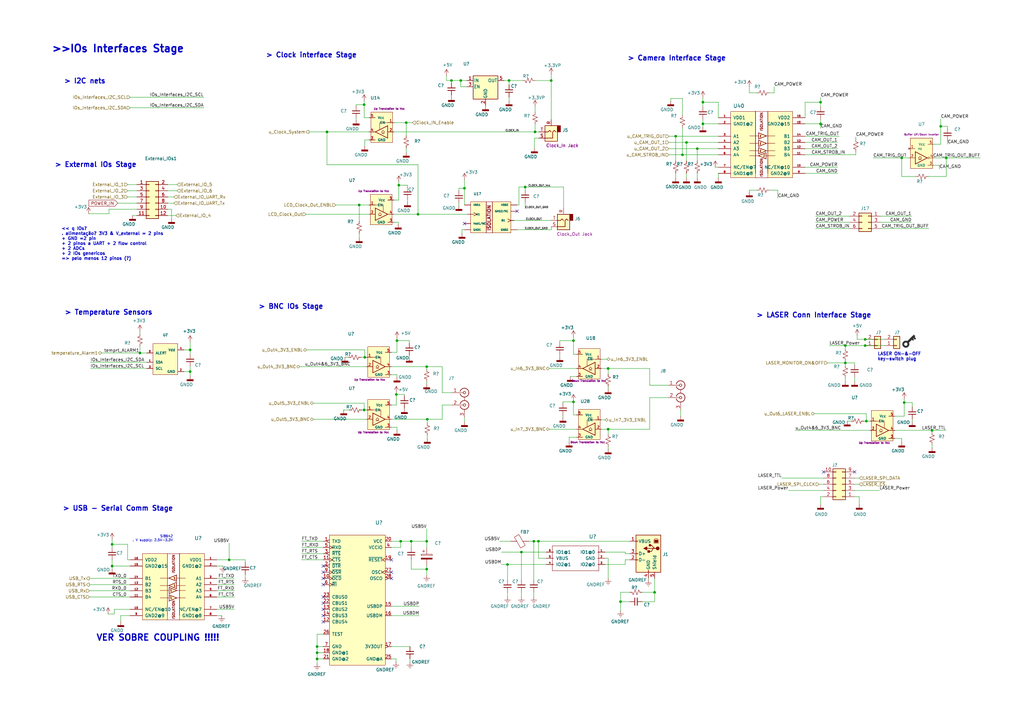
<source format=kicad_sch>
(kicad_sch (version 20211123) (generator eeschema)
  (paper "A3")
  (title_block (title "FPS-2: Fiber Photometry System") (date "February 2020") (rev "v1_revB-I") (company "Neurophotometric") (comment 3 "FPS-2") (comment 4 "OpenEhys"))
  (junction (at 370.84 165.1))
  (junction (at 130.048 265.176))
  (junction (at 226.06 33.02))
  (junction (at 185.166 33.02))
  (junction (at 354.838 139.192))
  (junction (at 45.974 223.266))
  (junction (at 208.153 231.521))
  (junction (at 346.71 141.732))
  (junction (at 188.976 33.02))
  (junction (at 149.606 146.558))
  (junction (at 382.27 176.53))
  (junction (at 281.559 58.42))
  (junction (at 218.948 221.996))
  (junction (at 268.478 242.951))
  (junction (at 355.346 172.72))
  (junction (at 45.974 232.156))
  (junction (at 215.392 76.708))
  (junction (at 77.978 152.4))
  (junction (at 149.352 168.148))
  (junction (at 354.838 141.732))
  (junction (at 175.006 221.996))
  (junction (at 208.788 33.02))
  (junction (at 162.814 139.7))
  (junction (at 130.048 270.256))
  (junction (at 171.45 87.884))
  (junction (at 288.29 41.91))
  (junction (at 164.338 221.996))
  (junction (at 249.428 176.022))
  (junction (at 286.004 60.96))
  (junction (at 220.853 221.996))
  (junction (at 288.29 50.8))
  (junction (at 336.55 41.91))
  (junction (at 190.5 77.216))
  (junction (at 346.71 148.844))
  (junction (at 147.32 84.074))
  (junction (at 166.624 50.292))
  (junction (at 168.656 221.996))
  (junction (at 77.978 143.51))
  (junction (at 235.204 164.846))
  (junction (at 162.56 161.798))
  (junction (at 163.576 75.946))
  (junction (at 175.006 150.368))
  (junction (at 213.868 226.441))
  (junction (at 249.428 151.13))
  (junction (at 149.352 42.926))
  (junction (at 93.98 229.616))
  (junction (at 336.55 50.8))
  (junction (at 388.112 64.77))
  (junction (at 57.404 144.78))
  (junction (at 254.508 246.761))
  (junction (at 175.006 233.426))
  (junction (at 219.456 54.102))
  (junction (at 279.908 63.5))
  (junction (at 369.824 64.77))
  (junction (at 277.114 55.88))
  (junction (at 385.826 51.816))
  (junction (at 235.204 139.7))
  (junction (at 134.112 54.102))
  (junction (at 175.26 171.958))
  (junction (at 130.048 267.716))
  (no_connect (at 132.588 232.156))
  (no_connect (at 132.588 252.476))
  (no_connect (at 132.588 234.696))
  (no_connect (at 132.588 247.396))
  (no_connect (at 160.528 229.616))
  (no_connect (at 160.528 237.236))
  (no_connect (at 350.52 193.548))
  (no_connect (at 337.82 193.548))
  (no_connect (at 160.528 234.696))
  (no_connect (at 132.588 244.856))
  (no_connect (at 132.588 239.776))
  (no_connect (at 132.588 249.936))
  (no_connect (at 212.09 86.614))
  (no_connect (at 190.5 91.694))
  (no_connect (at 132.588 237.236))
  (no_connect (at 132.588 255.016))
  (wire (pts (xy 60.198 151.13) (xy 37.084 151.13)))
  (wire (pts (xy 46.863 249.936) (xy 53.34 249.936)))
  (wire (pts (xy 361.188 91.186) (xy 373.888 91.186)))
  (wire (pts (xy 147.32 84.074) (xy 151.384 84.074)))
  (wire (pts (xy 125.73 143.51) (xy 149.606 143.51)))
  (wire (pts (xy 185.166 34.036) (xy 185.166 33.02)))
  (wire (pts (xy 246.634 147.32) (xy 248.92 147.32)))
  (wire (pts (xy 68.834 83.312) (xy 71.374 83.312)))
  (wire (pts (xy 336.55 50.8) (xy 336.55 52.705)))
  (wire (pts (xy 369.824 64.77) (xy 372.872 64.77)))
  (wire (pts (xy 134.112 54.102) (xy 134.112 67.564)))
  (wire (pts (xy 288.29 41.91) (xy 288.29 40.005)))
  (wire (pts (xy 219.202 60.706) (xy 219.202 56.642)))
  (wire (pts (xy 294.64 60.96) (xy 286.004 60.96)))
  (wire (pts (xy 36.703 242.316) (xy 53.34 242.316)))
  (wire (pts (xy 330.2 63.5) (xy 351.028 63.5)))
  (wire (pts (xy 256.413 231.521) (xy 248.158 231.521)))
  (wire (pts (xy 77.978 143.51) (xy 77.978 140.208)))
  (wire (pts (xy 254.508 242.951) (xy 254.508 246.761)))
  (wire (pts (xy 160.528 270.256) (xy 162.433 270.256)))
  (wire (pts (xy 374.142 166.878) (xy 374.142 165.1)))
  (wire (pts (xy 45.974 221.234) (xy 45.974 223.266)))
  (wire (pts (xy 161.544 82.042) (xy 163.576 82.042)))
  (wire (pts (xy 334.01 169.672) (xy 355.346 169.672)))
  (wire (pts (xy 164.338 221.996) (xy 168.656 221.996)))
  (wire (pts (xy 166.624 62.484) (xy 166.624 60.706)))
  (wire (pts (xy 350.52 156.464) (xy 350.52 154.686)))
  (wire (pts (xy 336.55 50.8) (xy 336.55 48.895)))
  (wire (pts (xy 181.356 171.958) (xy 181.356 166.116)))
  (wire (pts (xy 132.588 265.176) (xy 130.048 265.176)))
  (wire (pts (xy 44.704 87.63) (xy 44.704 85.852)))
  (wire (pts (xy 326.136 176.53) (xy 356.87 176.53)))
  (wire (pts (xy 167.894 140.716) (xy 167.894 139.7)))
  (wire (pts (xy 166.624 50.292) (xy 166.624 55.626)))
  (wire (pts (xy 88.9 252.476) (xy 90.932 252.476)))
  (wire (pts (xy 57.404 144.78) (xy 41.656 144.78)))
  (wire (pts (xy 75.438 143.51) (xy 77.978 143.51)))
  (wire (pts (xy 307.34 78.74) (xy 307.34 77.978)))
  (wire (pts (xy 274.32 60.96) (xy 286.004 60.96)))
  (wire (pts (xy 162.814 175.26) (xy 160.528 175.26)))
  (wire (pts (xy 348.488 91.186) (xy 334.518 91.186)))
  (wire (pts (xy 220.853 221.996) (xy 218.948 221.996)))
  (wire (pts (xy 149.606 57.404) (xy 151.384 57.404)))
  (wire (pts (xy 130.048 260.096) (xy 130.048 265.176)))
  (wire (pts (xy 229.616 146.304) (xy 229.616 145.542)))
  (wire (pts (xy 160.528 153.67) (xy 162.814 153.67)))
  (wire (pts (xy 230.886 164.846) (xy 235.204 164.846)))
  (wire (pts (xy 88.9 242.316) (xy 96.139 242.316)))
  (wire (pts (xy 163.322 91.948) (xy 163.322 91.186)))
  (wire (pts (xy 236.474 176.022) (xy 225.298 176.022)))
  (wire (pts (xy 147.32 97.536) (xy 147.32 95.758)))
  (wire (pts (xy 46.863 251.841) (xy 44.323 251.841)))
  (wire (pts (xy 149.606 143.51) (xy 149.606 146.558)))
  (wire (pts (xy 281.559 73.025) (xy 281.559 71.12)))
  (wire (pts (xy 231.14 76.708) (xy 231.14 85.344)))
  (wire (pts (xy 330.2 71.12) (xy 343.535 71.12)))
  (wire (pts (xy 340.106 141.732) (xy 346.71 141.732)))
  (wire (pts (xy 130.048 267.716) (xy 130.048 270.256)))
  (wire (pts (xy 294.64 41.91) (xy 288.29 41.91)))
  (wire (pts (xy 126.746 54.102) (xy 134.112 54.102)))
  (wire (pts (xy 167.132 75.946) (xy 163.576 75.946)))
  (wire (pts (xy 130.048 265.176) (xy 130.048 267.716)))
  (wire (pts (xy 168.148 271.526) (xy 168.148 270.256)))
  (wire (pts (xy 388.62 51.816) (xy 388.62 52.578)))
  (wire (pts (xy 330.2 68.58) (xy 343.535 68.58)))
  (wire (pts (xy 167.132 76.708) (xy 167.132 75.946)))
  (wire (pts (xy 249.428 151.13) (xy 266.446 151.13)))
  (wire (pts (xy 212.852 76.708) (xy 215.392 76.708)))
  (wire (pts (xy 258.318 227.076) (xy 256.413 227.076)))
  (wire (pts (xy 208.153 237.871) (xy 208.153 231.521)))
  (wire (pts (xy 146.05 43.434) (xy 146.05 42.926)))
  (wire (pts (xy 233.426 179.324) (xy 233.426 181.356)))
  (wire (pts (xy 236.474 154.432) (xy 233.934 154.432)))
  (wire (pts (xy 164.338 224.536) (xy 164.338 221.996)))
  (wire (pts (xy 149.352 165.354) (xy 128.524 165.354)))
  (wire (pts (xy 362.712 139.192) (xy 354.838 139.192)))
  (wire (pts (xy 258.318 246.761) (xy 254.508 246.761)))
  (wire (pts (xy 356.87 172.72) (xy 355.346 172.72)))
  (wire (pts (xy 88.9 244.856) (xy 96.139 244.856)))
  (wire (pts (xy 346.71 156.464) (xy 346.71 154.94)))
  (wire (pts (xy 44.704 85.852) (xy 56.134 85.852)))
  (wire (pts (xy 132.588 260.096) (xy 130.048 260.096)))
  (wire (pts (xy 229.616 139.7) (xy 235.204 139.7)))
  (wire (pts (xy 53.34 252.476) (xy 49.53 252.476)))
  (wire (pts (xy 88.9 232.156) (xy 91.44 232.156)))
  (wire (pts (xy 88.9 229.616) (xy 93.98 229.616)))
  (wire (pts (xy 330.2 50.8) (xy 336.55 50.8)))
  (wire (pts (xy 236.474 170.18) (xy 235.204 170.18)))
  (wire (pts (xy 317.5 35.56) (xy 317.5 38.1)))
  (wire (pts (xy 294.64 58.42) (xy 281.559 58.42)))
  (wire (pts (xy 235.204 145.288) (xy 235.204 139.7)))
  (wire (pts (xy 258.318 242.951) (xy 254.508 242.951)))
  (wire (pts (xy 388.112 64.77) (xy 402.082 64.77)))
  (wire (pts (xy 162.56 161.036) (xy 162.56 161.798)))
  (wire (pts (xy 175.26 173.482) (xy 175.26 171.958)))
  (wire (pts (xy 188.214 78.232) (xy 188.214 77.216)))
  (wire (pts (xy 279.908 52.324) (xy 279.908 63.5)))
  (wire (pts (xy 175.006 221.996) (xy 175.006 216.916)))
  (wire (pts (xy 249.428 178.054) (xy 249.428 176.022)))
  (wire (pts (xy 165.862 161.798) (xy 162.56 161.798)))
  (wire (pts (xy 167.132 82.804) (xy 167.132 81.788)))
  (wire (pts (xy 279.908 40.386) (xy 275.082 40.386)))
  (wire (pts (xy 263.398 246.761) (xy 268.478 246.761)))
  (wire (pts (xy 150.368 171.958) (xy 128.524 171.958)))
  (wire (pts (xy 77.978 154.178) (xy 77.978 152.4)))
  (wire (pts (xy 57.404 144.78) (xy 57.404 141.986)))
  (wire (pts (xy 330.2 58.42) (xy 343.535 58.42)))
  (wire (pts (xy 162.56 161.798) (xy 162.56 166.116)))
  (wire (pts (xy 149.606 146.558) (xy 150.368 146.558)))
  (wire (pts (xy 226.06 94.234) (xy 226.06 92.964)))
  (wire (pts (xy 100.584 235.712) (xy 100.584 236.982)))
  (wire (pts (xy 36.322 87.63) (xy 44.704 87.63)))
  (wire (pts (xy 249.428 184.15) (xy 249.428 183.134)))
  (wire (pts (xy 330.2 60.96) (xy 343.535 60.96)))
  (wire (pts (xy 45.974 224.536) (xy 45.974 223.266)))
  (wire (pts (xy 149.352 42.926) (xy 149.352 41.402)))
  (wire (pts (xy 226.06 33.02) (xy 226.06 49.022)))
  (wire (pts (xy 88.9 249.936) (xy 96.139 249.936)))
  (wire (pts (xy 218.948 221.996) (xy 217.043 221.996)))
  (wire (pts (xy 175.006 235.966) (xy 175.006 233.426)))
  (wire (pts (xy 307.34 38.1) (xy 310.388 38.1)))
  (wire (pts (xy 191.516 33.02) (xy 188.976 33.02)))
  (wire (pts (xy 249.428 228.981) (xy 248.158 228.981)))
  (wire (pts (xy 330.2 48.26) (xy 330.2 41.91)))
  (wire (pts (xy 185.166 33.02) (xy 183.134 33.02)))
  (wire (pts (xy 294.64 73.025) (xy 294.64 71.12)))
  (wire (pts (xy 45.974 223.266) (xy 52.324 223.266)))
  (wire (pts (xy 268.478 237.236) (xy 268.478 242.951)))
  (wire (pts (xy 319.024 77.978) (xy 315.468 77.978)))
  (wire (pts (xy 370.84 165.1) (xy 370.84 163.576)))
  (wire (pts (xy 191.516 35.56) (xy 188.976 35.56)))
  (wire (pts (xy 354.838 139.192) (xy 351.536 139.192)))
  (wire (pts (xy 266.446 163.068) (xy 266.446 176.022)))
  (wire (pts (xy 352.425 206.883) (xy 352.425 203.708)))
  (wire (pts (xy 77.978 145.288) (xy 77.978 143.51)))
  (wire (pts (xy 383.032 64.77) (xy 388.112 64.77)))
  (wire (pts (xy 175.006 151.384) (xy 175.006 150.368)))
  (wire (pts (xy 213.868 244.856) (xy 213.868 242.951)))
  (wire (pts (xy 160.528 248.666) (xy 171.958 248.666)))
  (wire (pts (xy 56.134 83.312) (xy 48.26 83.312)))
  (wire (pts (xy 382.27 183.642) (xy 382.27 182.372)))
  (wire (pts (xy 275.082 40.386) (xy 275.082 41.402)))
  (wire (pts (xy 256.413 227.076) (xy 256.413 226.441)))
  (wire (pts (xy 382.27 176.53) (xy 367.03 176.53)))
  (wire (pts (xy 56.134 75.692) (xy 52.324 75.692)))
  (wire (pts (xy 249.428 153.416) (xy 249.428 151.13)))
  (wire (pts (xy 288.29 52.07) (xy 288.29 50.8)))
  (wire (pts (xy 72.644 75.692) (xy 68.834 75.692)))
  (wire (pts (xy 168.656 229.616) (xy 168.656 233.426)))
  (wire (pts (xy 355.346 169.672) (xy 355.346 172.72)))
  (wire (pts (xy 175.006 233.426) (xy 175.006 232.156)))
  (wire (pts (xy 132.588 229.616) (xy 123.698 229.616)))
  (wire (pts (xy 49.53 252.476) (xy 49.53 255.016)))
  (wire (pts (xy 53.34 44.196) (xy 83.566 44.196)))
  (wire (pts (xy 274.066 163.068) (xy 266.446 163.068)))
  (wire (pts (xy 374.142 165.1) (xy 370.84 165.1)))
  (wire (pts (xy 235.204 170.18) (xy 235.204 164.846)))
  (wire (pts (xy 168.148 265.176) (xy 160.528 265.176)))
  (wire (pts (xy 212.09 84.074) (xy 212.852 84.074)))
  (wire (pts (xy 162.814 144.526) (xy 160.528 144.526)))
  (wire (pts (xy 249.428 176.022) (xy 266.446 176.022)))
  (wire (pts (xy 279.908 47.244) (xy 279.908 40.386)))
  (wire (pts (xy 336.55 41.91) (xy 336.55 40.005)))
  (wire (pts (xy 36.703 244.856) (xy 53.34 244.856)))
  (wire (pts (xy 140.97 168.148) (xy 143.256 168.148)))
  (wire (pts (xy 337.82 203.708) (xy 336.55 203.708)))
  (wire (pts (xy 336.55 203.708) (xy 336.55 206.883)))
  (wire (pts (xy 219.456 51.054) (xy 219.456 54.102)))
  (wire (pts (xy 346.71 143.002) (xy 346.71 141.732)))
  (wire (pts (xy 188.976 35.56) (xy 188.976 33.02)))
  (wire (pts (xy 53.34 232.156) (xy 45.974 232.156)))
  (wire (pts (xy 208.788 33.02) (xy 206.756 33.02)))
  (wire (pts (xy 175.006 150.368) (xy 181.356 150.368)))
  (wire (pts (xy 219.456 54.102) (xy 220.98 54.102)))
  (wire (pts (xy 208.788 34.798) (xy 208.788 33.02)))
  (wire (pts (xy 132.588 267.716) (xy 130.048 267.716)))
  (wire (pts (xy 199.136 43.18) (xy 199.136 43.434)))
  (wire (pts (xy 320.675 196.088) (xy 337.82 196.088)))
  (wire (pts (xy 189.484 94.234) (xy 190.5 94.234)))
  (wire (pts (xy 137.668 84.074) (xy 147.32 84.074)))
  (wire (pts (xy 279.908 63.5) (xy 274.32 63.5)))
  (wire (pts (xy 36.703 237.236) (xy 53.34 237.236)))
  (wire (pts (xy 277.114 73.025) (xy 277.114 71.12)))
  (wire (pts (xy 236.474 151.13) (xy 225.298 151.13)))
  (wire (pts (xy 134.112 54.102) (xy 151.384 54.102)))
  (wire (pts (xy 167.894 139.7) (xy 162.814 139.7)))
  (wire (pts (xy 319.024 81.28) (xy 319.024 77.978)))
  (wire (pts (xy 369.824 181.356) (xy 369.824 179.832)))
  (wire (pts (xy 175.26 171.958) (xy 181.356 171.958)))
  (wire (pts (xy 167.894 146.558) (xy 167.894 145.796)))
  (wire (pts (xy 226.06 33.02) (xy 219.456 33.02)))
  (wire (pts (xy 277.114 55.88) (xy 277.114 66.04)))
  (wire (pts (xy 46.863 249.936) (xy 46.863 251.841)))
  (wire (pts (xy 361.188 88.646) (xy 373.888 88.646)))
  (wire (pts (xy 162.56 166.116) (xy 160.528 166.116)))
  (wire (pts (xy 256.413 226.441) (xy 248.158 226.441)))
  (wire (pts (xy 166.624 50.292) (xy 169.164 50.292)))
  (wire (pts (xy 230.886 165.354) (xy 230.886 164.846)))
  (wire (pts (xy 294.64 48.26) (xy 294.64 41.91)))
  (wire (pts (xy 382.27 177.292) (xy 382.27 176.53)))
  (wire (pts (xy 355.346 172.72) (xy 354.33 172.72)))
  (wire (pts (xy 72.644 78.232) (xy 68.834 78.232)))
  (wire (pts (xy 266.446 157.988) (xy 274.066 157.988)))
  (wire (pts (xy 151.384 48.26) (xy 149.352 48.26)))
  (wire (pts (xy 57.404 136.906) (xy 57.404 135.89)))
  (wire (pts (xy 88.9 239.776) (xy 96.139 239.776)))
  (wire (pts (xy 218.948 237.871) (xy 218.948 221.996)))
  (wire (pts (xy 370.84 170.688) (xy 370.84 165.1)))
  (wire (pts (xy 246.634 176.022) (xy 249.428 176.022)))
  (wire (pts (xy 246.634 151.13) (xy 249.428 151.13)))
  (wire (pts (xy 148.336 168.148) (xy 149.352 168.148)))
  (wire (pts (xy 348.488 93.726) (xy 334.518 93.726)))
  (wire (pts (xy 354.838 141.732) (xy 362.712 141.732)))
  (wire (pts (xy 77.978 152.4) (xy 77.978 150.368)))
  (wire (pts (xy 93.98 229.616) (xy 93.98 222.758)))
  (wire (pts (xy 385.826 51.816) (xy 388.62 51.816)))
  (wire (pts (xy 288.29 43.815) (xy 288.29 41.91)))
  (wire (pts (xy 162.814 176.53) (xy 162.814 175.26)))
  (wire (pts (xy 68.834 80.772) (xy 71.374 80.772)))
  (wire (pts (xy 220.853 221.996) (xy 220.853 228.981)))
  (wire (pts (xy 351.536 137.668) (xy 351.536 139.192)))
  (wire (pts (xy 175.006 224.536) (xy 175.006 221.996)))
  (wire (pts (xy 367.03 170.688) (xy 370.84 170.688)))
  (wire (pts (xy 230.886 171.196) (xy 230.886 170.434)))
  (wire (pts (xy 148.082 146.558) (xy 149.606 146.558)))
  (wire (pts (xy 171.45 87.884) (xy 171.45 67.564)))
  (wire (pts (xy 132.588 270.256) (xy 130.048 270.256)))
  (wire (pts (xy 294.64 68.58) (xy 293.37 68.58)))
  (wire (pts (xy 256.413 229.616) (xy 258.318 229.616)))
  (wire (pts (xy 60.198 144.78) (xy 57.404 144.78)))
  (wire (pts (xy 279.146 170.688) (xy 279.146 168.148)))
  (wire (pts (xy 212.852 76.708) (xy 212.852 84.074)))
  (wire (pts (xy 256.413 231.521) (xy 256.413 229.616)))
  (wire (pts (xy 307.34 35.56) (xy 307.34 38.1)))
  (wire (pts (xy 383.032 67.818) (xy 385.318 67.818)))
  (wire (pts (xy 190.5 84.074) (xy 190.5 77.216)))
  (wire (pts (xy 161.544 50.292) (xy 166.624 50.292)))
  (wire (pts (xy 369.824 179.832) (xy 367.03 179.832)))
  (wire (pts (xy 388.112 72.39) (xy 388.112 64.77)))
  (wire (pts (xy 122.936 150.368) (xy 150.368 150.368)))
  (wire (pts (xy 274.32 58.42) (xy 281.559 58.42)))
  (wire (pts (xy 149.352 48.26) (xy 149.352 42.926)))
  (wire (pts (xy 219.456 45.974) (xy 219.456 43.688)))
  (wire (pts (xy 188.214 83.312) (xy 188.214 84.328)))
  (wire (pts (xy 181.356 161.036) (xy 185.42 161.036)))
  (wire (pts (xy 160.528 171.958) (xy 175.26 171.958)))
  (wire (pts (xy 162.814 153.67) (xy 162.814 154.686)))
  (wire (pts (xy 160.528 224.536) (xy 164.338 224.536)))
  (wire (pts (xy 88.9 237.236) (xy 96.139 237.236)))
  (wire (pts (xy 209.423 221.996) (xy 204.978 221.996)))
  (wire (pts (xy 268.478 242.951) (xy 268.478 246.761)))
  (wire (pts (xy 375.666 72.39) (xy 369.824 72.39)))
  (wire (pts (xy 56.134 80.772) (xy 52.324 80.772)))
  (wire (pts (xy 149.352 168.148) (xy 150.368 168.148)))
  (wire (pts (xy 346.71 148.844) (xy 346.71 148.082)))
  (wire (pts (xy 337.82 201.168) (xy 323.342 201.168)))
  (wire (pts (xy 235.204 164.846) (xy 235.204 164.338)))
  (wire (pts (xy 380.746 72.39) (xy 388.112 72.39)))
  (wire (pts (xy 36.703 239.776) (xy 53.34 239.776)))
  (wire (pts (xy 163.576 82.042) (xy 163.576 75.946)))
  (wire (pts (xy 208.153 244.856) (xy 208.153 242.951)))
  (wire (pts (xy 163.322 91.186) (xy 161.544 91.186)))
  (wire (pts (xy 160.528 252.476) (xy 171.958 252.476)))
  (wire (pts (xy 161.544 87.884) (xy 171.45 87.884)))
  (wire (pts (xy 215.392 77.978) (xy 215.392 76.708)))
  (wire (pts (xy 45.974 233.426) (xy 45.974 232.156)))
  (wire (pts (xy 224.028 228.981) (xy 220.853 228.981)))
  (wire (pts (xy 168.656 221.996) (xy 175.006 221.996)))
  (wire (pts (xy 215.392 76.708) (xy 231.14 76.708)))
  (wire (pts (xy 53.34 39.878) (xy 83.566 39.878)))
  (wire (pts (xy 70.358 85.852) (xy 68.834 85.852)))
  (wire (pts (xy 134.112 67.564) (xy 171.45 67.564)))
  (wire (pts (xy 288.29 50.8) (xy 288.29 48.895)))
  (wire (pts (xy 132.588 224.536) (xy 123.698 224.536)))
  (wire (pts (xy 286.004 73.025) (xy 286.004 71.12)))
  (wire (pts (xy 93.98 229.616) (xy 100.584 229.616)))
  (wire (pts (xy 213.868 226.441) (xy 205.613 226.441)))
  (wire (pts (xy 130.048 270.256) (xy 130.048 272.161)))
  (wire (pts (xy 226.06 33.02) (xy 226.06 30.48)))
  (wire (pts (xy 348.488 88.646) (xy 334.518 88.646)))
  (wire (pts (xy 149.352 168.148) (xy 149.352 165.354)))
  (wire (pts (xy 344.17 55.88) (xy 330.2 55.88)))
  (wire (pts (xy 383.032 59.182) (xy 385.826 59.182)))
  (wire (pts (xy 346.71 149.86) (xy 346.71 148.844)))
  (wire (pts (xy 165.862 167.64) (xy 165.862 167.386)))
  (wire (pts (xy 361.188 93.726) (xy 381 93.726)))
  (wire (pts (xy 100.584 230.632) (xy 100.584 229.616)))
  (wire (pts (xy 358.14 64.77) (xy 369.824 64.77)))
  (wire (pts (xy 294.64 63.5) (xy 279.908 63.5)))
  (wire (pts (xy 335.915 198.628) (xy 337.82 198.628)))
  (wire (pts (xy 210.82 90.424) (xy 226.06 90.424)))
  (wire (pts (xy 164.338 221.996) (xy 160.528 221.996)))
  (wire (pts (xy 175.006 157.48) (xy 175.006 156.464)))
  (wire (pts (xy 163.576 75.946) (xy 163.576 74.676)))
  (wire (pts (xy 336.55 43.815) (xy 336.55 41.91)))
  (wire (pts (xy 350.52 149.606) (xy 350.52 148.844)))
  (wire (pts (xy 249.428 159.512) (xy 249.428 158.496)))
  (wire (pts (xy 254.508 246.761) (xy 254.508 250.571)))
  (wire (pts (xy 351.028 63.5) (xy 351.028 62.23)))
  (wire (pts (xy 346.71 141.732) (xy 354.838 141.732)))
  (wire (pts (xy 268.478 242.951) (xy 263.398 242.951)))
  (wire (pts (xy 307.34 77.978) (xy 310.388 77.978)))
  (wire (pts (xy 281.559 66.04) (xy 281.559 58.42)))
  (wire (pts (xy 175.26 179.832) (xy 175.26 178.562)))
  (wire (pts (xy 160.528 150.368) (xy 175.006 150.368)))
  (wire (pts (xy 352.425 203.708) (xy 350.52 203.708)))
  (wire (pts (xy 189.484 95.758) (xy 189.484 94.234)))
  (wire (pts (xy 369.824 72.39) (xy 369.824 64.77)))
  (wire (pts (xy 265.938 237.871) (xy 265.938 237.236)))
  (wire (pts (xy 317.5 38.1) (xy 315.468 38.1)))
  (wire (pts (xy 236.474 145.288) (xy 235.204 145.288)))
  (wire (pts (xy 215.392 83.058) (xy 215.392 85.598)))
  (wire (pts (xy 213.868 237.871) (xy 213.868 226.441)))
  (wire (pts (xy 146.05 49.276) (xy 146.05 48.514)))
  (wire (pts (xy 70.358 89.662) (xy 70.358 85.852)))
  (wire (pts (xy 208.153 231.521) (xy 205.613 231.521)))
  (wire (pts (xy 56.134 78.232) (xy 52.324 78.232)))
  (wire (pts (xy 168.656 224.536) (xy 168.656 221.996)))
  (wire (pts (xy 125.476 87.884) (xy 151.384 87.884)))
  (wire (pts (xy 212.09 94.234) (xy 226.06 94.234)))
  (wire (pts (xy 235.204 139.7) (xy 235.204 138.176)))
  (wire (pts (xy 214.376 33.02) (xy 208.788 33.02)))
  (wire (pts (xy 208.788 41.402) (xy 208.788 39.878)))
  (wire (pts (xy 54.356 88.392) (xy 56.134 88.392)))
  (wire (pts (xy 286.004 66.04) (xy 286.004 60.96)))
  (wire (pts (xy 141.478 146.558) (xy 143.002 146.558)))
  (wire (pts (xy 349.25 172.72) (xy 347.472 172.72)))
  (wire (pts (xy 190.5 172.974) (xy 190.5 171.196)))
  (wire (pts (xy 249.428 237.236) (xy 249.428 228.981)))
  (wire (pts (xy 224.028 231.521) (xy 208.153 231.521)))
  (wire (pts (xy 388.62 59.182) (xy 388.62 57.658)))
  (wire (pts (xy 165.862 162.306) (xy 165.862 161.798)))
  (wire (pts (xy 236.474 179.324) (xy 233.426 179.324)))
  (wire (pts (xy 168.656 233.426) (xy 175.006 233.426)))
  (wire (pts (xy 188.214 77.216) (xy 190.5 77.216)))
  (wire (pts (xy 190.5 73.66) (xy 190.5 77.216)))
  (wire (pts (xy 162.433 271.526) (xy 162.433 270.256)))
  (wire (pts (xy 266.446 151.13) (xy 266.446 157.988)))
  (wire (pts (xy 183.134 33.02) (xy 183.134 30.988)))
  (wire (pts (xy 224.028 226.441) (xy 213.868 226.441)))
  (wire (pts (xy 181.356 150.368) (xy 181.356 161.036)))
  (wire (pts (xy 385.826 48.768) (xy 385.826 51.816)))
  (wire (pts (xy 147.32 90.678) (xy 147.32 84.074)))
  (wire (pts (xy 277.114 55.88) (xy 294.64 55.88)))
  (wire (pts (xy 188.976 33.02) (xy 185.166 33.02)))
  (wire (pts (xy 181.356 166.116) (xy 185.42 166.116)))
  (wire (pts (xy 350.52 198.628) (xy 352.425 198.628)))
  (wire (pts (xy 149.606 59.944) (xy 149.606 57.404)))
  (wire (pts (xy 132.588 227.076) (xy 123.698 227.076)))
  (wire (pts (xy 146.05 42.926) (xy 149.352 42.926)))
  (wire (pts (xy 52.324 229.616) (xy 53.34 229.616)))
  (wire (pts (xy 350.52 148.844) (xy 346.71 148.844)))
  (wire (pts (xy 75.438 152.4) (xy 77.978 152.4)))
  (wire (pts (xy 346.71 148.844) (xy 339.344 148.844)))
  (wire (pts (xy 350.52 196.088) (xy 352.425 196.088)))
  (wire (pts (xy 132.588 221.996) (xy 123.698 221.996)))
  (wire (pts (xy 68.834 88.392) (xy 72.136 88.392)))
  (wire (pts (xy 229.616 140.462) (xy 229.616 139.7)))
  (wire (pts (xy 294.64 50.8) (xy 288.29 50.8)))
  (wire (pts (xy 351.028 57.15) (xy 351.028 56.134)))
  (wire (pts (xy 45.974 229.616) (xy 45.974 232.156)))
  (wire (pts (xy 218.948 244.856) (xy 218.948 242.951)))
  (wire (pts (xy 330.2 41.91) (xy 336.55 41.91)))
  (wire (pts (xy 382.27 176.53) (xy 387.985 176.53)))
  (wire (pts (xy 162.814 138.684) (xy 162.814 139.7)))
  (wire (pts (xy 258.318 221.996) (xy 220.853 221.996)))
  (wire (pts (xy 385.826 59.182) (xy 385.826 51.816)))
  (wire (pts (xy 52.324 223.266) (xy 52.324 229.616)))
  (wire (pts (xy 219.202 56.642) (xy 220.98 56.642)))
  (wire (pts (xy 374.142 172.974) (xy 374.142 171.958)))
  (wire (pts (xy 162.814 139.7) (xy 162.814 144.526)))
  (wire (pts (xy 385.318 67.818) (xy 385.318 69.342)))
  (wire (pts (xy 171.45 87.884) (xy 191.77 87.884)))
  (wire (pts (xy 185.166 39.624) (xy 185.166 39.116)))
  (wire (pts (xy 274.32 55.88) (xy 277.114 55.88)))
  (wire (pts (xy 360.68 201.168) (xy 350.52 201.168)))
  (wire (pts (xy 60.198 148.59) (xy 37.084 148.59)))
  (wire (pts (xy 246.634 172.212) (xy 248.158 172.212)))
  (wire (pts (xy 161.544 54.102) (xy 219.456 54.102)))
  (image (at 372.872 139.954) (scale 0.3))
  (text "> LASER Conn Interface Stage" (at 310.134 130.556 0) (effects (font (size 2.0066 2.0066) (thickness 0.4013) bold) (justify left bottom)))
  (text "SI8642\n. V supply: 2.5V-3.3V" (at 70.993 222.2754 180) (effects (font (size 0.9906 0.9906)) (justify right bottom)))
  (text "> USB - Serial Comm Stage" (at 25.654 209.804 0) (effects (font (size 2.0066 2.0066) (thickness 0.4013) bold) (justify left bottom)))
  (text ">>IOs Interfaces Stage" (at 21.082 21.844 0) (effects (font (size 2.9972 2.9972) (thickness 0.5994) bold) (justify left bottom)))
  (text "> I2C nets" (at 26.162 34.544 0) (effects (font (size 2.0066 2.0066) (thickness 0.4013) bold) (justify left bottom)))
  (text "> BNC IOs Stage" (at 105.918 127 0) (effects (font (size 2.0066 2.0066) (thickness 0.4013) bold) (justify left bottom)))
  (text "<< q IOs?\n. alimentação? 3V3 & V_external = 2 pins\n+ GND =2 pin\n+ 2 pinos a UART + 2 flow control\n+ 2 ADCs\n+ 2 IOs genericos\n=> pelo menos 12 pinos (?)\n\n" (at 25.146 108.966 0) (effects (font (size 1.27 1.27) (thickness 0.254) bold) (justify left bottom)))
  (text "> Extermal IOs Stage" (at 22.352 68.834 0) (effects (font (size 2.0066 2.0066) (thickness 0.4013) bold) (justify left bottom)))
  (text "VER SOBRE COUPLING !!!!!" (at 39.37 263.144 0) (effects (font (size 2.54 2.54) (thickness 0.508) bold) (justify left bottom)))
  (text "LASER ON-&-OFF\nkey-switch plug" (at 359.918 148.082 0) (effects (font (size 1.27 1.27) (thickness 0.254) bold) (justify left bottom)))
  (text "> Clock interface Stage" (at 108.966 23.876 0) (effects (font (size 2.0066 2.0066) (thickness 0.4013) bold) (justify left bottom)))
  (text "> Camera Interface Stage" (at 257.302 25.146 0) (effects (font (size 2.0066 2.0066) (thickness 0.4013) bold) (justify left bottom)))
  (text "> Temperature Sensors" (at 26.416 129.413 0) (effects (font (size 2.0066 2.0066) (thickness 0.4013) bold) (justify left bottom)))
  (label "CAM_POWER" (at 343.535 68.58 180))
  (label "CAM_OUT_2" (at 343.535 60.96 180))
  (label "CAM_OUT_1" (at 343.535 58.42 180))
  (label "FT_RTS" (at 123.698 227.076 0))
  (label "FT_CTS" (at 123.698 229.616 0))
  (label "CAM_POWER" (at 336.55 40.005 0))
  (label "FT_RXD" (at 123.698 224.536 0))
  (label "TXD_0" (at 51.943 237.236 180))
  (label "CAM_POWER" (at 317.5 35.56 0))
  (label "CAM_TRIG_OUT_BUFF" (at 381 93.726 180))
  (label "u_Out4&6_3V3_BNC" (at 124.968 150.368 0))
  (label "CAM_STROB_IN" (at 334.518 93.726 0))
  (label "CAM_GND" (at 336.55 52.705 0))
  (label "IOs_Interfaces_I2C_SCL" (at 37.084 151.13 0))
  (label "LASER_Power" (at 360.68 201.168 0))
  (label "CAM_POWER" (at 334.518 91.186 0))
  (label "CLOCK_OUT_GND" (at 215.138 94.234 0) (effects (font (size 0.762 0.762))))
  (label "LASER_TTL" (at 387.985 176.53 180))
  (label "CAM_POWER" (at 385.826 48.768 0))
  (label "u_Out4&6_3V3_BNC" (at 326.136 176.53 0))
  (label "RTS_0" (at 51.943 239.776 180))
  (label "CAM_GND" (at 343.535 71.12 180))
  (label "USBDM" (at 205.613 231.521 180))
  (label "FT_TXD" (at 123.698 221.996 0))
  (label "CAM_GND" (at 385.318 69.342 0))
  (label "USB5V" (at 175.006 216.916 180))
  (label "CAM_GND" (at 388.62 59.182 0))
  (label "FT_TXD" (at 96.139 237.236 180))
  (label "CAM_OUT_1" (at 373.888 88.646 180))
  (label "USBDP" (at 205.613 226.441 180))
  (label "CAM_TRIG_OUT" (at 358.14 64.77 0))
  (label "FT_RTS" (at 96.139 239.776 180))
  (label "USBDP" (at 171.958 248.666 180))
  (label "FT_CTS" (at 96.139 244.856 180))
  (label "CAM_GND" (at 319.024 81.28 0))
  (label "CTS_0" (at 51.943 244.856 180))
  (label "CAM_GND" (at 373.888 91.186 180))
  (label "CAM_TRIG_OUT" (at 344.17 55.88 180))
  (label "CLOCK_IN" (at 207.264 54.102 0) (effects (font (size 0.762 0.762))))
  (label "temprt_ALARM1" (at 42.672 144.78 0))
  (label "LASER_Power" (at 323.342 201.168 180))
  (label "CAM_OUT_2" (at 334.518 88.646 0))
  (label "USBDM" (at 171.958 252.476 180))
  (label "USB5V" (at 93.98 222.758 180))
  (label "CAM_STROB_IN" (at 346.71 63.5 180))
  (label "IOs_Interfaces_I2C_SDA" (at 83.566 44.196 180))
  (label "RXD_0" (at 51.943 242.316 180))
  (label "CLOCK_OUT_GND" (at 215.392 85.598 0) (effects (font (size 0.762 0.762))))
  (label "LASER_Power" (at 340.106 141.732 0))
  (label "USB5V" (at 96.139 249.936 180))
  (label "CAM_POWER" (at 351.028 56.134 0))
  (label "IOs_Interfaces_I2C_SCL" (at 83.566 39.878 180))
  (label "FT_RXD" (at 96.139 242.316 180))
  (label "USB5V" (at 204.978 221.996 180))
  (label "CAM_TRIG_OUT_BUFF" (at 402.082 64.77 180))
  (label "LASER_TTL" (at 320.675 196.088 180))
  (label "CLOCK_OUT" (at 215.646 90.424 0) (effects (font (size 0.762 0.762))))
  (label "CLOCK_OUT_Vcc" (at 216.662 76.708 0) (effects (font (size 0.762 0.762))))
  (label "IOs_Interfaces_I2C_SDA" (at 37.084 148.59 0))
  (global_label "POWER_IN" (shape input) (at 48.26 83.312 180) (property "Intersheet References" "${INTERSHEET_REFS}" (effects hide)))
  (hierarchical_label "u_CAM_STROB_IN" (shape input) (at 274.32 63.5 180))
  (hierarchical_label "USB_Tx" (shape output) (at 36.703 237.236 180))
  (hierarchical_label "External_IO_4" (shape input) (at 72.136 88.392 0))
  (hierarchical_label "u_CAM_TRIG_OUT" (shape input) (at 274.32 55.88 180))
  (hierarchical_label "LASER_SPI_DATA" (shape input) (at 352.425 196.088 0))
  (hierarchical_label "u_In6_3V3_BNC" (shape bidirectional) (at 225.298 151.13 180))
  (hierarchical_label "External_IO_UART_Tx" (shape input) (at 71.374 83.312 0))
  (hierarchical_label "LASER_MONITOR_ON&OFF" (shape input) (at 339.344 148.844 180))
  (hierarchical_label "External_IO_6" (shape input) (at 72.644 78.232 0))
  (hierarchical_label "External_IO_1" (shape input) (at 52.324 75.692 180))
  (hierarchical_label "u_Out6_LASER_ENBL" (shape bidirectional) (at 334.01 169.672 180))
  (hierarchical_label "LCD_Clock_Out_ENBL" (shape input) (at 137.668 84.074 180))
  (hierarchical_label "LCD_Clock_Out" (shape input) (at 125.476 87.884 180))
  (hierarchical_label "~{LASER_CS}" (shape input) (at 352.425 198.628 0))
  (hierarchical_label "u_Clock_System" (shape output) (at 126.746 54.102 180))
  (hierarchical_label "LASER_SPI_CLCK" (shape input) (at 335.915 198.628 180))
  (hierarchical_label "USB_Rx" (shape input) (at 36.703 242.316 180))
  (hierarchical_label "IOs_Interfaces_I2C_SCL" (shape input) (at 53.34 39.878 180))
  (hierarchical_label "temperature_Alarm1" (shape bidirectional) (at 41.656 144.78 180))
  (hierarchical_label "u_CAM_OUT_2" (shape input) (at 274.32 60.96 180))
  (hierarchical_label "IOs_Interfaces_I2C_SDA" (shape input) (at 53.34 44.196 180))
  (hierarchical_label "u_Out4_3V3_ENBL" (shape bidirectional) (at 125.73 143.51 180))
  (hierarchical_label "External_IO_2" (shape input) (at 52.324 78.232 180))
  (hierarchical_label "External_IO_3" (shape input) (at 52.324 80.772 180))
  (hierarchical_label "u_In7_3V3_ENBL" (shape bidirectional) (at 248.158 172.212 0))
  (hierarchical_label "u_CAM_OUT_1" (shape input) (at 274.32 58.42 180))
  (hierarchical_label "External_IO_5" (shape input) (at 72.644 75.692 0))
  (hierarchical_label "USB_CTS" (shape input) (at 36.703 244.856 180))
  (hierarchical_label "USB_RTS" (shape output) (at 36.703 239.776 180))
  (hierarchical_label "External_IO_UART_Rx" (shape input) (at 71.374 80.772 0))
  (hierarchical_label "u_Out4_3V3_BNC" (shape bidirectional) (at 122.936 150.368 180))
  (hierarchical_label "u_Out5_3V3_BNC" (shape bidirectional) (at 128.524 171.958 180))
  (hierarchical_label "u_In6_3V3_ENBL" (shape bidirectional) (at 248.92 147.32 0))
  (hierarchical_label "u_In7_3V3_BNC" (shape bidirectional) (at 225.298 176.022 180))
  (hierarchical_label "Clock_IN_Enable" (shape input) (at 169.164 50.292 0))
  (hierarchical_label "u_Out5_3V3_ENBL" (shape bidirectional) (at 128.524 165.354 180))
  (symbol (lib_id "FPS-2_v1:MC74VHC1GT126") (at 157.734 87.884 0) (unit 1)
    (property "Reference" "U?" (at 144.399 73.914 0))
    (property "Datasheet" "http://www.ti.com/lit/sg/scyt129e/scyt129e.pdf" (effects hide))
    (property "Comment" "Up Translation to Vcc" (at 153.289 78.359 0) (effects (font (size 0.762 0.762))))
    (property "Comment2" "-" (effects hide))
    (property "MnfctCode" "M74VHC1GT126DT1G" (effects hide))
    (property "Provider" "Mouser" (effects hide))
    (property "ProviderCode" "863-M74VHC1GT126DT1G" (effects hide))
    (property "Mnfct" "ON Semiconductor" (effects hide))
    (property "Description" "Buffers & Line Drivers 3-5.5V Single Non-Inverting TTL" (effects hide))
  )
  (symbol (lib_id "FPS-2_v1:MC74VHC1GT126") (at 155.194 54.102 0) (mirror y) (unit 1)
    (property "Reference" "U14" (at 153.924 40.132 0))
    (property "Comment" "Up Translation to Vcc" (at 159.639 44.577 0) (effects (font (size 0.762 0.762))))
    (property "Comment2" "-" (effects hide))
    (property "MnfctCode" "M74VHC1GT126DT1G" (effects hide))
    (property "Provider" "Mouser" (effects hide))
    (property "ProviderCode" "863-M74VHC1GT126DT1G" (effects hide))
    (property "Mnfct" "ON Semiconductor" (effects hide))
    (property "Description" "Buffers & Line Drivers 3-5.5V Single Non-Inverting TTL" (effects hide))
  )
  (symbol (lib_id "power:+3V3") (at 149.352 41.402 0) (mirror y) (unit 1)
    (property "Reference" "#PWR?" (effects hide))
  )
  (symbol (lib_id "FPS-2_v1:MC74VHC1GT126") (at 156.718 150.368 0) (unit 1)
    (property "Reference" "U?" (at 144.018 136.906 0))
    (property "Datasheet" "http://www.ti.com/lit/sg/scyt129e/scyt129e.pdf" (effects hide))
    (property "Comment" "Up Translation to Vcc" (at 151.638 155.702 0) (effects (font (size 0.762 0.762))))
    (property "Comment2" "-" (effects hide))
    (property "MnfctCode" "M74VHC1GT126DT1G" (effects hide))
    (property "Provider" "Mouser" (effects hide))
    (property "ProviderCode" "863-M74VHC1GT126DT1G" (effects hide))
    (property "Mnfct" "ON Semiconductor" (effects hide))
    (property "Description" "Buffers & Line Drivers 3-5.5V Single Non-Inverting TTL" (effects hide))
  )
  (symbol (lib_id "Device:R_Small_US") (at 145.542 146.558 90) (unit 1)
    (property "Reference" "R?" (at 144.018 145.288 90) (effects (justify left)))
    (property "Comment2" "-" (effects hide))
    (property "Comment" "-" (effects hide))
    (property "MnfctCode" "RC0603FR-07100KL" (effects hide))
    (property "Provider" "Mouser" (effects hide))
    (property "ProviderCode" "603-RC0603FR-07100KL" (effects hide))
    (property "Mnfct" "Yageo" (effects hide))
    (property "Description" "Thick Film Resistors - SMD 100K OHM 1%" (effects hide))
  )
  (symbol (lib_id "FPS-2_v1:SN74LVC1g125") (at 240.284 151.13 0) (mirror y) (unit 1)
    (property "Reference" "U18" (at 242.316 138.684 0))
    (property "Comment" "Down Translation to Vcc" (at 241.554 156.21 0) (effects (font (size 0.762 0.762))))
    (property "Comment2" "-" (effects hide))
    (property "MnfctCode" "SN74LVC1G125DBVR" (effects hide))
    (property "Provider" "Mouser" (effects hide))
    (property "ProviderCode" "595-SN74LVC1G125DBVR" (effects hide))
    (property "Mnfct" "Texas Instruments" (effects hide))
    (property "Description" "Buffers & Line Drivers SINGLE BUS BUFFER GATE" (effects hide))
  )
  (symbol (lib_id "power:+3V3") (at 235.204 138.176 0) (mirror y) (unit 1)
    (property "Reference" "#PWR?" (effects hide))
  )
  (symbol (lib_id "FPS-2_v1:MC74VHC1GT126") (at 156.718 171.958 0) (unit 1)
    (property "Reference" "U?" (at 144.272 159.258 0))
    (property "Datasheet" "http://www.ti.com/lit/sg/scyt129e/scyt129e.pdf" (effects hide))
    (property "Comment" "Up Translation to Vcc" (at 153.162 177.292 0) (effects (font (size 0.762 0.762))))
    (property "Comment2" "-" (effects hide))
    (property "MnfctCode" "M74VHC1GT126DT1G" (effects hide))
    (property "Provider" "Mouser" (effects hide))
    (property "ProviderCode" "863-M74VHC1GT126DT1G" (effects hide))
    (property "Mnfct" "ON Semiconductor" (effects hide))
    (property "Description" "Buffers & Line Drivers 3-5.5V Single Non-Inverting TTL" (effects hide))
  )
  (symbol (lib_id "Device:R_Small_US") (at 145.796 168.148 90) (unit 1)
    (property "Reference" "R?" (at 144.526 166.878 90) (effects (justify left)))
    (property "Comment2" "-" (effects hide))
    (property "Comment" "-" (effects hide))
    (property "MnfctCode" "RC0603FR-07100KL" (effects hide))
    (property "Provider" "Mouser" (effects hide))
    (property "ProviderCode" "603-RC0603FR-07100KL" (effects hide))
    (property "Mnfct" "Yageo" (effects hide))
    (property "Description" "Thick Film Resistors - SMD 100K OHM 1%" (effects hide))
  )
  (symbol (lib_id "power:GNDREF") (at 162.433 271.526 0) (mirror y) (unit 1)
    (property "Reference" "#PWR?" (effects hide))
  )
  (symbol (lib_id "power:GNDREF") (at 168.148 271.526 0) (mirror y) (unit 1)
    (property "Reference" "#PWR?" (effects hide))
  )
  (symbol (lib_id "power:GNDREF") (at 249.428 237.236 0) (mirror y) (unit 1)
    (property "Reference" "#PWR?" (effects hide))
  )
  (symbol (lib_id "power:GNDREF") (at 265.938 237.871 0) (mirror y) (unit 1)
    (property "Reference" "#PWR?" (effects hide))
  )
  (symbol (lib_id "Device:C_Small") (at 45.974 227.076 0) (mirror x) (unit 1)
    (property "Reference" "C?" (at 47.752 226.822 0) (effects (justify left)))
    (property "Comment2" "-" (effects hide))
    (property "Comment" "100n 50V" (effects hide))
    (property "MnfctCode" "CC603KRX7R9BB104" (effects hide))
    (property "Provider" "Mouser" (effects hide))
    (property "ProviderCode" "603-CC603KRX7R9BB104" (effects hide))
    (property "Mnfct" "Yageo" (effects hide))
    (property "Description" "Multilayer Ceramic Capacitors MLCC - SMD/SMT 100nF 50V X7R 10%" (effects hide))
  )
  (symbol (lib_id "power:+3V3") (at 45.974 221.234 0) (mirror y) (unit 1)
    (property "Reference" "#PWR?" (effects hide))
  )
  (symbol (lib_id "power:GNDREF") (at 91.44 232.156 0) (mirror y) (unit 1)
    (property "Reference" "#PWR?" (effects hide))
  )
  (symbol (lib_id "power:GNDREF") (at 90.932 252.476 0) (mirror y) (unit 1)
    (property "Reference" "#PWR?" (effects hide))
  )
  (symbol (lib_id "power:GNDREF") (at 130.048 272.161 0) (mirror y) (unit 1)
    (property "Reference" "#PWR?" (effects hide))
  )
  (symbol (lib_id "power:GNDREF") (at 175.006 235.966 0) (mirror y) (unit 1)
    (property "Reference" "#PWR?" (effects hide))
  )
  (symbol (lib_id "Device:C_Small") (at 168.148 267.716 0) (mirror x) (unit 1)
    (property "Reference" "C?" (at 171.958 265.176 0) (effects (justify left)))
    (property "Comment2" "-" (effects hide))
    (property "Comment" "100n 50V" (effects hide))
    (property "MnfctCode" "CC603KRX7R9BB104" (effects hide))
    (property "Provider" "Mouser" (effects hide))
    (property "ProviderCode" "603-CC603KRX7R9BB104" (effects hide))
    (property "Mnfct" "Yageo" (effects hide))
    (property "Description" "Multilayer Ceramic Capacitors MLCC - SMD/SMT 100nF 50V X7R 10%" (effects hide))
  )
  (symbol (lib_id "Device:C_Small") (at 168.656 227.076 0) (mirror x) (unit 1)
    (property "Reference" "C?" (at 163.068 227.076 0) (effects (justify left)))
    (property "Comment2" "-" (effects hide))
    (property "Comment" "100n 50V" (effects hide))
    (property "MnfctCode" "CC603KRX7R9BB104" (effects hide))
    (property "Provider" "Mouser" (effects hide))
    (property "ProviderCode" "603-CC603KRX7R9BB104" (effects hide))
    (property "Mnfct" "Yageo" (effects hide))
    (property "Description" "Multilayer Ceramic Capacitors MLCC - SMD/SMT 100nF 50V X7R 10%" (effects hide))
  )
  (symbol (lib_id "FPS-2_v1_revB_II-rescue:CP-Device") (at 175.006 228.346 0) (unit 1)
    (property "Reference" "C?" (at 180.848 222.758 0) (effects (justify right)))
    (property "Comment2" "-" (effects hide))
    (property "Comment" "CAP TANT 4.7uF 10V 10%" (effects hide))
    (property "MnfctCode" "TAJA475K010" (effects hide))
    (property "Provider" "Mouser" (effects hide))
    (property "ProviderCode" "581-TAJA475K010" (effects hide))
    (property "Mnfct" "AVX" (effects hide))
    (property "Description" "Tantalum Capacitors - Solid SMD 10V 4.7uF 10% 1206 ESR= 5 Ohms AEC-Q200" (effects hide))
  )
  (symbol (lib_id "FPS-2_v1_revB_II-rescue:Ferrite_Bead-Device") (at 213.233 221.996 90) (mirror x) (unit 1)
    (property "Reference" "FB?" (at 217.043 218.186 90) (effects (justify left)))
    (property "Comment2" "-" (effects hide))
    (property "Comment" "USB ferrite bead" (effects hide))
    (property "MnfctCode" "MI0805K400R-10" (effects hide))
    (property "Provider" "Mouser" (effects hide))
    (property "ProviderCode" "875-MI0805K400R-10" (effects hide))
    (property "Mnfct" "Laird Performance Materials" (effects hide))
    (property "Description" "Ferrite Beads 40ohms 100MHz 1.5A Monolithic 0805 SMD " (effects hide))
  )
  (symbol (lib_id "power:GNDREF") (at 208.153 244.856 0) (mirror y) (unit 1)
    (property "Reference" "#PWR?" (effects hide))
  )
  (symbol (lib_id "power:GNDREF") (at 213.868 244.856 0) (mirror y) (unit 1)
    (property "Reference" "#PWR?" (effects hide))
  )
  (symbol (lib_id "Device:C_Small") (at 208.153 240.411 0) (mirror x) (unit 1)
    (property "Reference" "C?" (at 204.343 238.506 0) (effects (justify left)))
    (property "Comment2" "-" (effects hide))
    (property "Comment" "47pF 50V C0G 5%" (effects hide))
    (property "MnfctCode" "06035A470JAT2A " (effects hide))
    (property "Provider" "Mouser" (effects hide))
    (property "ProviderCode" "581-06035A470J " (effects hide))
    (property "Mnfct" "AVX" (effects hide))
    (property "Description" "Multilayer Ceramic Capacitors MLCC - SMD/SMT 50V 47pF C0G 0603 5%" (effects hide))
  )
  (symbol (lib_id "Device:C_Small") (at 213.868 240.411 0) (mirror x) (unit 1)
    (property "Reference" "C?" (at 210.058 238.506 0) (effects (justify left)))
    (property "Comment2" "-" (effects hide))
    (property "Comment" "47pF 50V C0G 5%" (effects hide))
    (property "MnfctCode" "06035A470JAT2A " (effects hide))
    (property "Provider" "Mouser" (effects hide))
    (property "ProviderCode" "581-06035A470J " (effects hide))
    (property "Mnfct" "AVX" (effects hide))
    (property "Description" "Multilayer Ceramic Capacitors MLCC - SMD/SMT 50V 47pF C0G 0603 5%" (effects hide))
  )
  (symbol (lib_id "Device:R_Small_US") (at 260.858 242.951 90) (mirror x) (unit 1)
    (property "Reference" "R?" (at 260.223 241.046 90))
    (property "Comment" "-" (effects hide))
    (property "Comment2" "-" (effects hide))
    (property "MnfctCode" "BLM18KG601SN1D" (effects hide))
    (property "Provider" "Mouser" (effects hide))
    (property "ProviderCode" "81-BLM18KG601SN1D" (effects hide))
    (property "Mnfct" "Yageo" (effects hide))
    (property "Description" "Thick Film Resistors - SMD 1M OHM 1%" (effects hide))
  )
  (symbol (lib_id "Device:C_Small") (at 260.858 246.761 90) (mirror x) (unit 1)
    (property "Reference" "C?" (at 266.573 248.031 90) (effects (justify left)))
    (property "Comment2" "-" (effects hide))
    (property "Comment" "4.7nF 50V X7R 10%" (effects hide))
    (property "MnfctCode" "06035C472KAT2A" (effects hide))
    (property "Provider" "Mouser" (effects hide))
    (property "ProviderCode" "581-06035C472K" (effects hide))
    (property "Mnfct" "AVX" (effects hide))
    (property "Description" "Multilayer Ceramic Capacitors MLCC - SMD/SMT 50V 4700pF X7R 0603 10%" (effects hide))
  )
  (symbol (lib_id "power:GNDREF") (at 254.508 250.571 0) (mirror y) (unit 1)
    (property "Reference" "#PWR?" (effects hide))
  )
  (symbol (lib_id "FPS-2_v1:USBLC6-2") (at 235.458 231.521 0) (mirror y) (unit 1)
    (property "Reference" "U?" (at 243.078 220.091 0) (effects (font (size 1.4986 1.4986))))
    (property "Comment" "ESD Suppressors" (effects hide))
    (property "Comment2" "-" (effects hide))
    (property "MnfctCode" "USBLC6-2SC6 " (effects hide))
    (property "Provider" "Mouser" (effects hide))
    (property "ProviderCode" "511-USBLC6-2SC6 " (effects hide))
    (property "Mnfct" "STMicroelectronics " (effects hide))
    (property "Description" "ESD Suppressors / TVS Diodes ESD Protection Low Cap" (effects hide))
  )
  (symbol (lib_id "FPS-2_v1:SI8642") (at 71.12 237.236 0) (mirror y) (unit 1)
    (property "Reference" "U?" (at 81.28 220.726 0) (effects (font (size 1.4986 1.4986))))
    (property "Comment2" "-" (effects hide))
    (property "Comment" "150Mbps Max Data Rate; default output=Low; pad=NB-SOIC16" (effects hide))
    (property "MnfctCode" "SI8642BC-B-IS1 " (effects hide))
    (property "Provider" "Mouser" (effects hide))
    (property "ProviderCode" "634-SI8642BC-B-IS1" (effects hide))
    (property "Mnfct" "Silicon Labs" (effects hide))
    (property "Description" "Digital Isolators 3.75 kV 2 forward & 2 reverse 4-channel isolator " (effects hide))
  )
  (symbol (lib_id "FPS-2_v1:FT232RL") (at 147.828 244.856 0) (mirror y) (unit 1)
    (property "Reference" "U?" (at 155.448 214.376 0) (effects (font (size 1.4986 1.4986))))
    (property "Comment2" "-" (effects hide))
    (property "Comment" "USB Interface Serial USART " (effects hide))
    (property "MnfctCode" "FT232RL-REEL" (effects hide))
    (property "Provider" "Mouser" (effects hide))
    (property "ProviderCode" "895-FT232RL" (effects hide))
    (property "Mnfct" "FTDI" (effects hide))
    (property "Description" "USB Interface IC USB to Serial UART Enhanced IC SSOP-28" (effects hide))
  )
  (symbol (lib_id "power:+3V3") (at 44.323 251.841 0) (mirror y) (unit 1)
    (property "Reference" "#PWR?" (effects hide))
  )
  (symbol (lib_id "Device:C_Small") (at 218.948 240.411 0) (mirror x) (unit 1)
    (property "Reference" "C?" (at 220.218 238.506 0) (effects (justify left)))
    (property "Comment2" "-" (effects hide))
    (property "Comment" "100n 50V" (effects hide))
    (property "MnfctCode" "CC603KRX7R9BB104" (effects hide))
    (property "Provider" "Mouser" (effects hide))
    (property "ProviderCode" "603-CC603KRX7R9BB104" (effects hide))
    (property "Mnfct" "Yageo" (effects hide))
    (property "Description" "Multilayer Ceramic Capacitors MLCC - SMD/SMT 100nF 50V X7R 10%" (effects hide))
  )
  (symbol (lib_id "power:GNDREF") (at 218.948 244.856 0) (mirror y) (unit 1)
    (property "Reference" "#PWR?" (effects hide))
  )
  (symbol (lib_id "power:GNDREF") (at 100.584 236.982 0) (mirror y) (unit 1)
    (property "Reference" "#PWR?" (effects hide))
  )
  (symbol (lib_id "FPS-2_v1:my_USB_B") (at 265.938 227.076 0) (mirror y) (unit 1)
    (property "Reference" "J1" (at 271.78 227.3554 0) (effects (justify right)))
    (property "Comment" "USB B" (effects hide))
    (property "Comment2" "-" (effects hide))
    (property "Description" "USB Connectors 4P R/A RECEPTACLE STYLE B" (effects hide))
    (property "MnfctCode" "61729-1011BLF" (effects hide))
    (property "Provider" "Mouser" (effects hide))
    (property "ProviderCode" "649-61729-1011BLF" (effects hide))
    (property "Mnfct" "Amphenol FCI" (effects hide))
  )
  (symbol (lib_id "power:+5V") (at 183.134 30.988 0) (unit 1)
    (property "Reference" "#PWR?" (effects hide))
  )
  (symbol (lib_id "FPS-2_v1:TLV70033_SOT23-5-Regulator_Linear") (at 199.136 35.56 0) (unit 1)
    (property "Reference" "U?" (at 191.262 26.162 0))
    (property "Datasheet" "http://www.ti.com/lit/ds/symlink/tlv700.pdf" (effects hide))
    (property "Comment2" "-" (effects hide))
    (property "Description" "LDO Voltage Regulators 200mA Low IQ LDO Reg for Portables" (effects hide))
    (property "Comment" "LDO Voltage Regulators 200mA Low IQ" (effects hide))
    (property "MnfctCode" "TLV70033DDCR " (effects hide))
    (property "Provider" "Mouser" (effects hide))
    (property "ProviderCode" "595-TLV70033DDCR" (effects hide))
    (property "Mnfct" "Texas Instruments" (effects hide))
  )
  (symbol (lib_id "Connector_Generic:Conn_02x03_Odd_Even") (at 356.108 91.186 0) (mirror y) (unit 1)
    (property "Reference" "J17" (at 354.838 85.471 0))
    (property "Comment" "Headers Housings 3+3 POS VERT" (effects hide))
    (property "Mnfct" "Harwin" (effects hide))
    (property "MnfctCode" "M80-8530642" (effects hide))
    (property "Provider" "Mouser" (effects hide))
    (property "ProviderCode" "855-M80-8530642" (effects hide))
    (property "Comment2" "-" (effects hide))
  )
  (symbol (lib_id "Device:C_Small") (at 185.166 36.576 180) (unit 1)
    (property "Reference" "C?" (at 182.118 35.052 0) (effects (justify left)))
    (property "Comment2" "-" (effects hide))
    (property "Comment" "Multilayer Ceramic SMD 0603 16V 4.7uF X6S" (effects hide))
    (property "MnfctCode" "C1608X6S1C475K080AC " (effects hide))
    (property "Provider" "Mouser" (effects hide))
    (property "ProviderCode" "810-C1608X6S1C475K" (effects hide))
    (property "Mnfct" "TDK" (effects hide))
    (property "Description" "Multilayer Ceramic Capacitors MLCC - SMD/SMT 0603 16V 4.7uF X6S 10% T: 0.8mm" (effects hide))
  )
  (symbol (lib_id "Device:C_Small") (at 146.05 45.974 180) (unit 1)
    (property "Reference" "C?" (at 142.24 45.466 0) (effects (justify left)))
    (property "Comment2" "-" (effects hide))
    (property "Comment" "100n 50V" (effects hide))
    (property "MnfctCode" "CC603KRX7R9BB104" (effects hide))
    (property "Provider" "Mouser" (effects hide))
    (property "ProviderCode" "603-CC603KRX7R9BB104" (effects hide))
    (property "Mnfct" "Yageo" (effects hide))
    (property "Description" "Multilayer Ceramic Capacitors MLCC - SMD/SMT 100nF 50V X7R 10%" (effects hide))
  )
  (symbol (lib_id "Device:C_Small") (at 208.788 37.338 180) (unit 1)
    (property "Reference" "C?" (at 212.09 35.306 0) (effects (justify left)))
    (property "Comment2" "-" (effects hide))
    (property "Comment" "Multilayer Ceramic SMD 0603 16V 4.7uF X6S" (effects hide))
    (property "MnfctCode" "C1608X6S1C475K080AC " (effects hide))
    (property "Provider" "Mouser" (effects hide))
    (property "ProviderCode" "810-C1608X6S1C475K" (effects hide))
    (property "Mnfct" "TDK" (effects hide))
    (property "Description" "Multilayer Ceramic Capacitors MLCC - SMD/SMT 0603 16V 4.7uF X6S 10% T: 0.8mm" (effects hide))
  )
  (symbol (lib_id "Device:C_Small") (at 167.132 79.248 180) (unit 1)
    (property "Reference" "C?" (at 169.926 77.724 0) (effects (justify left)))
    (property "Comment2" "-" (effects hide))
    (property "Comment" "100n 50V" (effects hide))
    (property "MnfctCode" "CC603KRX7R9BB104" (effects hide))
    (property "Provider" "Mouser" (effects hide))
    (property "ProviderCode" "603-CC603KRX7R9BB104" (effects hide))
    (property "Mnfct" "Yageo" (effects hide))
    (property "Description" "Multilayer Ceramic Capacitors MLCC - SMD/SMT 100nF 50V X7R 10%" (effects hide))
  )
  (symbol (lib_id "power:+3V3") (at 370.84 163.576 0) (mirror y) (unit 1)
    (property "Reference" "#PWR?" (effects hide))
  )
  (symbol (lib_id "Device:R_Small_US") (at 382.27 179.832 180) (unit 1)
    (property "Reference" "R?" (at 387.477 179.07 0) (effects (justify left)))
    (property "Comment2" "-" (effects hide))
    (property "Comment" "-" (effects hide))
    (property "MnfctCode" "RC0603FR-07100KL" (effects hide))
    (property "Provider" "Mouser" (effects hide))
    (property "ProviderCode" "603-RC0603FR-07100KL" (effects hide))
    (property "Mnfct" "Yageo" (effects hide))
    (property "Description" "Thick Film Resistors - SMD 100K OHM 1%" (effects hide))
  )
  (symbol (lib_id "power:GNDD") (at 382.27 183.642 0) (unit 1)
    (property "Reference" "#PWR?" (effects hide))
  )
  (symbol (lib_id "Device:R_Small_US") (at 216.916 33.02 270) (mirror x) (unit 1)
    (property "Reference" "R?" (at 214.376 31.242 90) (effects (justify left)))
    (property "Comment2" "-" (effects hide))
    (property "Comment" "-" (effects hide))
    (property "MnfctCode" "ERJ-3EKF10R0V" (effects hide))
    (property "Provider" "Mouser" (effects hide))
    (property "ProviderCode" "667-ERJ-3EKF10R0V" (effects hide))
    (property "Mnfct" "Panasonic" (effects hide))
    (property "Description" "Thick Film Resistors - SMD 0603 10.0ohms 1% AEC-Q200" (effects hide))
  )
  (symbol (lib_id "Device:R_Small_US") (at 175.006 153.924 180) (unit 1)
    (property "Reference" "R?" (at 180.086 153.289 0) (effects (justify left)))
    (property "Comment2" "-" (effects hide))
    (property "Comment" "-" (effects hide))
    (property "MnfctCode" "RC0603FR-07100KL" (effects hide))
    (property "Provider" "Mouser" (effects hide))
    (property "ProviderCode" "603-RC0603FR-07100KL" (effects hide))
    (property "Mnfct" "Yageo" (effects hide))
    (property "Description" "Thick Film Resistors - SMD 100K OHM 1%" (effects hide))
  )
  (symbol (lib_id "power:GNDD") (at 175.006 157.48 0) (unit 1)
    (property "Reference" "#PWR?" (effects hide))
  )
  (symbol (lib_id "Device:R_Small_US") (at 175.26 176.022 180) (unit 1)
    (property "Reference" "R?" (at 180.34 175.768 0) (effects (justify left)))
    (property "Comment2" "-" (effects hide))
    (property "Comment" "-" (effects hide))
    (property "MnfctCode" "RC0603FR-07100KL" (effects hide))
    (property "Provider" "Mouser" (effects hide))
    (property "ProviderCode" "603-RC0603FR-07100KL" (effects hide))
    (property "Mnfct" "Yageo" (effects hide))
    (property "Description" "Thick Film Resistors - SMD 100K OHM 1%" (effects hide))
  )
  (symbol (lib_id "power:GNDD") (at 175.26 179.832 0) (unit 1)
    (property "Reference" "#PWR?" (effects hide))
  )
  (symbol (lib_id "power:+3.3VP") (at 226.06 30.48 0) (unit 1)
    (property "Reference" "#PWR093" (effects hide))
  )
  (symbol (lib_id "Connector_Generic:Conn_02x05_Odd_Even") (at 345.44 198.628 180) (unit 1)
    (property "Reference" "J?" (at 342.392 190.754 0))
    (property "Description" "Headers & Wire Housings 10P STRT SOLDER" (effects hide))
    (property "Comment" "LASER Header Interface 10P 4WALL GLDFL" (effects hide))
    (property "Comment2" "-" (effects hide))
    (property "MnfctCode" "30310-6002HB" (effects hide))
    (property "Provider" "Mouser" (effects hide))
    (property "ProviderCode" "517-30310-6002" (effects hide))
    (property "Mnfct" "3M Electronic Solutions Division " (effects hide))
  )
  (symbol (lib_id "Device:C_Small") (at 167.894 143.256 180) (unit 1)
    (property "Reference" "C?" (at 172.466 142.494 0) (effects (justify left)))
    (property "Comment2" "-" (effects hide))
    (property "Comment" "100n 50V" (effects hide))
    (property "MnfctCode" "CC603KRX7R9BB104" (effects hide))
    (property "Provider" "Mouser" (effects hide))
    (property "ProviderCode" "603-CC603KRX7R9BB104" (effects hide))
    (property "Mnfct" "Yageo" (effects hide))
    (property "Description" "Multilayer Ceramic Capacitors MLCC - SMD/SMT 100nF 50V X7R 10%" (effects hide))
  )
  (symbol (lib_id "Device:C_Small") (at 165.862 164.846 180) (unit 1)
    (property "Reference" "C?" (at 170.434 164.084 0) (effects (justify left)))
    (property "Comment2" "-" (effects hide))
    (property "Comment" "100n 50V" (effects hide))
    (property "MnfctCode" "CC603KRX7R9BB104" (effects hide))
    (property "Provider" "Mouser" (effects hide))
    (property "ProviderCode" "603-CC603KRX7R9BB104" (effects hide))
    (property "Mnfct" "Yageo" (effects hide))
    (property "Description" "Multilayer Ceramic Capacitors MLCC - SMD/SMT 100nF 50V X7R 10%" (effects hide))
  )
  (symbol (lib_id "power:GNDD") (at 336.55 206.883 0) (unit 1)
    (property "Reference" "#PWR?" (effects hide))
  )
  (symbol (lib_id "Device:C_Small") (at 229.616 143.002 180) (unit 1)
    (property "Reference" "C?" (at 226.568 141.478 0) (effects (justify left)))
    (property "Comment2" "-" (effects hide))
    (property "Comment" "100n 50V" (effects hide))
    (property "MnfctCode" "CC603KRX7R9BB104" (effects hide))
    (property "Provider" "Mouser" (effects hide))
    (property "ProviderCode" "603-CC603KRX7R9BB104" (effects hide))
    (property "Mnfct" "Yageo" (effects hide))
    (property "Description" "Multilayer Ceramic Capacitors MLCC - SMD/SMT 100nF 50V X7R 10%" (effects hide))
  )
  (symbol (lib_id "Device:C_Small") (at 230.886 167.894 180) (unit 1)
    (property "Reference" "C?" (at 227.838 166.37 0) (effects (justify left)))
    (property "Comment2" "-" (effects hide))
    (property "Comment" "100n 50V" (effects hide))
    (property "MnfctCode" "CC603KRX7R9BB104" (effects hide))
    (property "Provider" "Mouser" (effects hide))
    (property "ProviderCode" "603-CC603KRX7R9BB104" (effects hide))
    (property "Mnfct" "Yageo" (effects hide))
    (property "Description" "Multilayer Ceramic Capacitors MLCC - SMD/SMT 100nF 50V X7R 10%" (effects hide))
  )
  (symbol (lib_id "power:GNDD") (at 352.425 206.883 0) (unit 1)
    (property "Reference" "#PWR?" (effects hide))
  )
  (symbol (lib_id "FPS-2_v1:SI8641") (at 312.42 55.88 0) (unit 1)
    (property "Reference" "U40" (at 303.022 43.434 0) (effects (font (size 1.4986 1.4986))))
    (property "MnfctCode" "SI8641AB-B-IS1R " (effects hide))
    (property "ProviderCode" "634-SI8641AB-B-IS1R" (effects hide))
    (property "Comment" "Digital Isolators 2.5 kV 3 forward & 1 reverse 4-channel isolator" (effects hide))
    (property "Provider" "Mouser" (effects hide))
    (property "Mnfct" "Silicon Labs" (effects hide))
    (property "Comment2" "-" (effects hide))
  )
  (symbol (lib_id "Device:R_Small_US") (at 219.456 48.514 0) (mirror y) (unit 1)
    (property "Reference" "R?" (at 217.424 47.498 0) (effects (justify left)))
    (property "Comment2" "-" (effects hide))
    (property "Comment" "-" (effects hide))
    (property "MnfctCode" "RC0603FR-07100KL" (effects hide))
    (property "Provider" "Mouser" (effects hide))
    (property "ProviderCode" "603-RC0603FR-07100KL" (effects hide))
    (property "Mnfct" "Yageo" (effects hide))
    (property "Description" "Thick Film Resistors - SMD 100K OHM 1%" (effects hide))
  )
  (symbol (lib_id "power:+3.3VP") (at 219.456 43.688 0) (unit 1)
    (property "Reference" "#PWR034" (effects hide))
  )
  (symbol (lib_id "FPS-2_v1:MC74VHC1GT126") (at 363.22 176.53 0) (unit 1)
    (property "Reference" "U?" (at 350.52 163.068 0))
    (property "Datasheet" "http://www.ti.com/lit/sg/scyt129e/scyt129e.pdf" (effects hide))
    (property "Comment" "Up Translation to Vcc" (at 358.648 181.61 0) (effects (font (size 0.762 0.762))))
    (property "Comment2" "-" (effects hide))
    (property "MnfctCode" "M74VHC1GT126DT1G" (effects hide))
    (property "Provider" "Mouser" (effects hide))
    (property "ProviderCode" "863-M74VHC1GT126DT1G" (effects hide))
    (property "Mnfct" "ON Semiconductor" (effects hide))
    (property "Description" "Buffers & Line Drivers 3-5.5V Single Non-Inverting TTL" (effects hide))
  )
  (symbol (lib_id "Device:R_Small_US") (at 351.79 172.72 90) (unit 1)
    (property "Reference" "R?" (at 350.266 171.45 90) (effects (justify left)))
    (property "Comment2" "-" (effects hide))
    (property "Comment" "-" (effects hide))
    (property "MnfctCode" "RC0603FR-07100KL" (effects hide))
    (property "Provider" "Mouser" (effects hide))
    (property "ProviderCode" "603-RC0603FR-07100KL" (effects hide))
    (property "Mnfct" "Yageo" (effects hide))
    (property "Description" "Thick Film Resistors - SMD 100K OHM 1%" (effects hide))
  )
  (symbol (lib_id "Device:C_Small") (at 374.142 169.418 180) (unit 1)
    (property "Reference" "C?" (at 378.714 168.656 0) (effects (justify left)))
    (property "Comment2" "-" (effects hide))
    (property "Comment" "100n 50V" (effects hide))
    (property "MnfctCode" "CC603KRX7R9BB104" (effects hide))
    (property "Provider" "Mouser" (effects hide))
    (property "ProviderCode" "603-CC603KRX7R9BB104" (effects hide))
    (property "Mnfct" "Yageo" (effects hide))
    (property "Description" "Multilayer Ceramic Capacitors MLCC - SMD/SMT 100nF 50V X7R 10%" (effects hide))
  )
  (symbol (lib_id "Device:C_Small") (at 100.584 233.172 0) (mirror x) (unit 1)
    (property "Reference" "C?" (at 102.362 232.918 0) (effects (justify left)))
    (property "Comment2" "-" (effects hide))
    (property "Comment" "100n 50V" (effects hide))
    (property "MnfctCode" "CC603KRX7R9BB104" (effects hide))
    (property "Provider" "Mouser" (effects hide))
    (property "ProviderCode" "603-CC603KRX7R9BB104" (effects hide))
    (property "Mnfct" "Yageo" (effects hide))
    (property "Description" "Multilayer Ceramic Capacitors MLCC - SMD/SMT 100nF 50V X7R 10%" (effects hide))
  )
  (symbol (lib_id "Connector_Generic:Conn_01x02") (at 359.918 141.732 0) (mirror x) (unit 1)
    (property "Reference" "J?" (at 359.156 136.398 0) (effects (justify left)))
    (property "Comment2" "-" (effects hide))
    (property "Comment" "LED output plug" (effects hide))
    (property "MnfctCode" "M80-8820242" (effects hide))
    (property "Provider" "Mouser" (effects hide))
    (property "ProviderCode" "855-M80-8820242" (effects hide))
    (property "Mnfct" "Phoenix Contact" (effects hide))
    (property "Description" "-" (effects hide))
  )
  (symbol (lib_id "Device:C_Small") (at 288.29 46.355 0) (mirror x) (unit 1)
    (property "Reference" "C?" (at 290.068 46.101 0) (effects (justify left)))
    (property "Comment2" "-" (effects hide))
    (property "Comment" "100n 50V" (effects hide))
    (property "MnfctCode" "CC603KRX7R9BB104" (effects hide))
    (property "Provider" "Mouser" (effects hide))
    (property "ProviderCode" "603-CC603KRX7R9BB104" (effects hide))
    (property "Mnfct" "Yageo" (effects hide))
    (property "Description" "Multilayer Ceramic Capacitors MLCC - SMD/SMT 100nF 50V X7R 10%" (effects hide))
  )
  (symbol (lib_id "power:+3V3") (at 288.29 40.005 0) (mirror y) (unit 1)
    (property "Reference" "#PWR?" (effects hide))
  )
  (symbol (lib_id "power:GNDD") (at 288.29 52.07 0) (unit 1)
    (property "Reference" "#PWR?" (effects hide))
  )
  (symbol (lib_id "power:+5V") (at 351.536 137.668 0) (unit 1)
    (property "Reference" "#PWR?" (effects hide))
  )
  (symbol (lib_id "Device:R_Small_US") (at 346.71 145.542 0) (unit 1)
    (property "Reference" "R?" (at 342.646 144.78 0) (effects (justify left)))
    (property "Comment2" "-" (effects hide))
    (property "Comment" "-" (effects hide))
    (property "MnfctCode" "RC0603FR-0710KL" (effects hide))
    (property "Provider" "Mouser" (effects hide))
    (property "ProviderCode" "603-RC0603FR-0710KL" (effects hide))
    (property "Mnfct" "Yageo" (effects hide))
    (property "Description" "Thick Film Resistors - SMD 10K OHM 1%" (effects hide))
  )
  (symbol (lib_id "Device:R_Small_US") (at 346.71 152.4 0) (unit 1)
    (property "Reference" "R?" (at 341.884 150.368 0) (effects (justify left)))
    (property "Comment2" "-" (effects hide))
    (property "Comment" "-" (effects hide))
    (property "MnfctCode" "AC0603FR-1318KL" (effects hide))
    (property "Provider" "Mouser" (effects hide))
    (property "ProviderCode" "603-AC0603FR-1318KL" (effects hide))
    (property "Mnfct" "Yageo" (effects hide))
    (property "Description" "Thick Film Resistors - SMD 18K ohm 1% 1/10W AEC-Q200" (effects hide))
  )
  (symbol (lib_id "power:GNDD") (at 346.71 156.464 0) (unit 1)
    (property "Reference" "#PWR?" (effects hide))
  )
  (symbol (lib_id "Device:C_Small") (at 336.55 46.355 180) (unit 1)
    (property "Reference" "C?" (at 334.772 46.101 0) (effects (justify left)))
    (property "Comment2" "-" (effects hide))
    (property "Comment" "100n 50V" (effects hide))
    (property "MnfctCode" "CC603KRX7R9BB104" (effects hide))
    (property "Provider" "Mouser" (effects hide))
    (property "ProviderCode" "603-CC603KRX7R9BB104" (effects hide))
    (property "Mnfct" "Yageo" (effects hide))
    (property "Description" "Multilayer Ceramic Capacitors MLCC - SMD/SMT 100nF 50V X7R 10%" (effects hide))
  )
  (symbol (lib_id "power:GNDD") (at 294.64 73.025 0) (unit 1)
    (property "Reference" "#PWR?" (effects hide))
  )
  (symbol (lib_id "power:+3V3") (at 293.37 68.58 0) (mirror y) (unit 1)
    (property "Reference" "#PWR?" (effects hide))
  )
  (symbol (lib_id "FPS-2_v1:my_Conn_Coaxial_x2") (at 190.5 163.576 0) (unit 1)
    (property "Reference" "J7" (at 183.896 155.194 0) (effects (justify left)))
    (property "Datasheet" " ~" (effects hide))
    (property "Description" "RF Connectors / Coaxial Connectors BNC RA Double ISOL Black 50 OHM Valox" (effects hide))
    (property "Comment" "BNC panel connectors" (effects hide))
    (property "MnfctCode" "031-6575" (effects hide))
    (property "Mnfct" "Amphenol RF" (effects hide))
    (property "Provider" "Mouser" (effects hide))
    (property "ProviderCode" "523-31-6575" (effects hide))
    (property "Comment2" "-" (effects hide))
  )
  (symbol (lib_id "FPS-2_v1:my_Conn_Coaxial_x2") (at 279.146 160.528 0) (unit 1)
    (property "Reference" "J8" (at 270.764 152.146 0) (effects (justify left)))
    (property "Datasheet" " ~" (effects hide))
    (property "Description" "RF Connectors / Coaxial Connectors BNC RA Double ISOL Black 50 OHM Valox" (effects hide))
    (property "Comment" "BNC panel connectors" (effects hide))
    (property "MnfctCode" "031-6575" (effects hide))
    (property "Mnfct" "Amphenol RF" (effects hide))
    (property "Provider" "Mouser" (effects hide))
    (property "ProviderCode" "523-31-6575" (effects hide))
    (property "Comment2" "-" (effects hide))
  )
  (symbol (lib_id "FPS-2_v1:SN74LVC1g125") (at 240.284 176.022 0) (mirror y) (unit 1)
    (property "Reference" "U28" (at 240.03 164.592 0))
    (property "Comment" "Down Translation to Vcc" (at 241.046 181.356 0) (effects (font (size 0.762 0.762))))
    (property "Comment2" "-" (effects hide))
    (property "MnfctCode" "SN74LVC1G125DBVR" (effects hide))
    (property "Provider" "Mouser" (effects hide))
    (property "ProviderCode" "595-SN74LVC1G125DBVR" (effects hide))
    (property "Mnfct" "Texas Instruments" (effects hide))
    (property "Description" "Buffers & Line Drivers SINGLE BUS BUFFER GATE" (effects hide))
  )
  (symbol (lib_id "power:+3V3") (at 235.204 164.338 0) (mirror y) (unit 1)
    (property "Reference" "#PWR?" (effects hide))
  )
  (symbol (lib_id "Device:R_Small_US") (at 249.428 180.594 0) (unit 1)
    (property "Reference" "R?" (at 250.952 179.07 0) (effects (justify left)))
    (property "Comment2" "-" (effects hide))
    (property "Comment" "-" (effects hide))
    (property "MnfctCode" "RC0603FR-07100KL" (effects hide))
    (property "Provider" "Mouser" (effects hide))
    (property "ProviderCode" "603-RC0603FR-07100KL" (effects hide))
    (property "Mnfct" "Yageo" (effects hide))
    (property "Description" "Thick Film Resistors - SMD 100K OHM 1%" (effects hide))
  )
  (symbol (lib_id "power:+5V") (at 162.814 138.684 0) (unit 1)
    (property "Reference" "#PWR?" (effects hide))
  )
  (symbol (lib_id "power:+5V") (at 162.56 161.036 0) (unit 1)
    (property "Reference" "#PWR?" (effects hide))
  )
  (symbol (lib_id "Device:C_Small") (at 77.978 147.828 0) (mirror x) (unit 1)
    (property "Reference" "C?" (at 79.883 149.733 0) (effects (justify left)))
    (property "Comment2" "-" (effects hide))
    (property "Comment" "100n 50V" (effects hide))
    (property "MnfctCode" "CC603KRX7R9BB104" (effects hide))
    (property "Provider" "Mouser" (effects hide))
    (property "ProviderCode" "603-CC603KRX7R9BB104" (effects hide))
    (property "Mnfct" "Yageo" (effects hide))
    (property "Description" "Multilayer Ceramic Capacitors MLCC - SMD/SMT 100nF 50V X7R 10%" (effects hide))
  )
  (symbol (lib_id "power:+3V3") (at 77.978 140.208 0) (mirror y) (unit 1)
    (property "Reference" "#PWR?" (effects hide))
  )
  (symbol (lib_id "FPS-2_v1:Si7060") (at 67.818 146.05 0) (mirror y) (unit 1)
    (property "Reference" "U?" (at 67.818 137.3632 0) (effects (font (size 1.016 1.016))))
    (property "Comment" "Temperature Sensor; I2C interface" (effects hide))
    (property "Description" "Temperature Sensors 1 C maximum digital I2C temperature sensors" (effects hide))
    (property "Comment2" "-" (effects hide))
    (property "MnfctCode" "SI7060-B-02-IVR" (effects hide))
    (property "Provider" "Mouser" (effects hide))
    (property "ProviderCode" "634-SI7060-B-02-IVR" (effects hide))
    (property "Mnfct" "Silicon Labs " (effects hide))
  )
  (symbol (lib_id "Device:R_Small_US") (at 57.404 139.446 0) (mirror y) (unit 1)
    (property "Reference" "R?" (at 53.594 140.716 0) (effects (justify left)))
    (property "Comment2" "-" (effects hide))
    (property "Comment" "-" (effects hide))
    (property "MnfctCode" "RC0603FR-0710KL" (effects hide))
    (property "Provider" "Mouser" (effects hide))
    (property "ProviderCode" "603-RC0603FR-0710KL" (effects hide))
    (property "Mnfct" "Yageo" (effects hide))
    (property "Description" "Thick Film Resistors - SMD 10K OHM 1%" (effects hide))
  )
  (symbol (lib_id "power:+3V3") (at 57.404 135.89 0) (mirror y) (unit 1)
    (property "Reference" "#PWR?" (effects hide))
  )
  (symbol (lib_id "Device:C_Small") (at 350.52 152.146 180) (unit 1)
    (property "Reference" "C?" (at 358.14 151.638 0) (effects (justify left)))
    (property "Comment2" "-" (effects hide))
    (property "Comment" "100n 50V" (effects hide))
    (property "MnfctCode" "CC603KRX7R9BB104" (effects hide))
    (property "Provider" "Mouser" (effects hide))
    (property "ProviderCode" "603-CC603KRX7R9BB104" (effects hide))
    (property "Mnfct" "Yageo" (effects hide))
    (property "Description" "Multilayer Ceramic Capacitors MLCC - SMD/SMT 100nF 50V X7R 10%" (effects hide))
  )
  (symbol (lib_id "power:GNDD") (at 350.52 156.464 0) (mirror y) (unit 1)
    (property "Reference" "#PWR?" (effects hide))
  )
  (symbol (lib_id "Device:R_Small_US") (at 281.559 68.58 0) (mirror x) (unit 1)
    (property "Reference" "R?" (at 277.495 67.31 0) (effects (justify left)))
    (property "Comment2" "-" (effects hide))
    (property "Comment" "-" (effects hide))
    (property "MnfctCode" "RC0603FR-07100KL" (effects hide))
    (property "Provider" "Mouser" (effects hide))
    (property "ProviderCode" "603-RC0603FR-07100KL" (effects hide))
    (property "Mnfct" "Yageo" (effects hide))
    (property "Description" "Thick Film Resistors - SMD 100K OHM 1%" (effects hide))
  )
  (symbol (lib_id "power:GNDD") (at 281.559 73.025 0) (unit 1)
    (property "Reference" "#PWR?" (effects hide))
  )
  (symbol (lib_id "Device:R_Small_US") (at 277.114 68.58 0) (mirror x) (unit 1)
    (property "Reference" "R?" (at 273.05 67.31 0) (effects (justify left)))
    (property "Comment2" "-" (effects hide))
    (property "Comment" "-" (effects hide))
    (property "MnfctCode" "RC0603FR-07100KL" (effects hide))
    (property "Provider" "Mouser" (effects hide))
    (property "ProviderCode" "603-RC0603FR-07100KL" (effects hide))
    (property "Mnfct" "Yageo" (effects hide))
    (property "Description" "Thick Film Resistors - SMD 100K OHM 1%" (effects hide))
  )
  (symbol (lib_id "power:GNDD") (at 286.004 73.025 0) (unit 1)
    (property "Reference" "#PWR?" (effects hide))
  )
  (symbol (lib_id "Device:R_Small_US") (at 147.32 93.218 0) (mirror y) (unit 1)
    (property "Reference" "R?" (at 145.034 90.932 0) (effects (justify left)))
    (property "Comment2" "-" (effects hide))
    (property "Comment" "-" (effects hide))
    (property "MnfctCode" "RC0603FR-07100KL" (effects hide))
    (property "Provider" "Mouser" (effects hide))
    (property "ProviderCode" "603-RC0603FR-07100KL" (effects hide))
    (property "Mnfct" "Yageo" (effects hide))
    (property "Description" "Thick Film Resistors - SMD 100K OHM 1%" (effects hide))
  )
  (symbol (lib_id "Device:R_Small_US") (at 166.624 58.166 0) (mirror y) (unit 1)
    (property "Reference" "R?" (at 172.466 57.912 0) (effects (justify left)))
    (property "Comment2" "-" (effects hide))
    (property "Comment" "-" (effects hide))
    (property "MnfctCode" "RC0603FR-07100KL" (effects hide))
    (property "Provider" "Mouser" (effects hide))
    (property "ProviderCode" "603-RC0603FR-07100KL" (effects hide))
    (property "Mnfct" "Yageo" (effects hide))
    (property "Description" "Thick Film Resistors - SMD 100K OHM 1%" (effects hide))
  )
  (symbol (lib_id "FPS-2_v1:SN74LV1T04") (at 377.952 64.77 0) (unit 1)
    (property "Reference" "U7" (at 377.952 50.927 0))
    (property "Comment" "Buffer UP/Down Inverter" (at 377.952 55.1688 0) (effects (font (size 0.762 0.762))))
    (property "Mnfct" "Texas Instruments" (effects hide))
    (property "MnfctCode" "SN74LV1T04DBVRG4" (effects hide))
    (property "Provider" "Mouser" (effects hide))
    (property "ProviderCode" "595-SN74LV1T04DBVRG4" (effects hide))
    (property "Comment2" "-" (effects hide))
  )
  (symbol (lib_id "Connector_Generic:Conn_01x02") (at 367.792 141.732 0) (mirror x) (unit 1)
    (property "Reference" "J?" (at 366.776 136.398 0) (effects (justify left)))
    (property "Comment2" "Fan extra Power plug" (effects hide))
    (property "Comment" "1x02_P2.54mm_Vertical; different pitch" (effects hide))
    (property "MnfctCode" "-" (effects hide))
    (property "Provider" "-" (effects hide))
    (property "ProviderCode" "-" (effects hide))
    (property "Mnfct" "-" (effects hide))
    (property "Description" "-" (effects hide))
  )
  (symbol (lib_id "Device:R_Small_US") (at 378.206 72.39 270) (unit 1)
    (property "Reference" "R?" (at 375.92 74.422 90) (effects (justify left)))
    (property "Comment2" "-" (effects hide))
    (property "Comment" "-" (effects hide))
    (property "MnfctCode" "RC0603FR-070RL" (effects hide))
    (property "Provider" "Mouser" (effects hide))
    (property "ProviderCode" "603-RC0603FR-070RL" (effects hide))
    (property "Mnfct" "Yageo" (effects hide))
    (property "Description" "Thick Film Resistors - SMD 0.0ohm 1%" (effects hide))
  )
  (symbol (lib_id "Device:R_Small_US") (at 279.908 49.784 0) (mirror y) (unit 1)
    (property "Reference" "R?" (at 277.622 47.498 0) (effects (justify left)))
    (property "Comment2" "-" (effects hide))
    (property "Comment" "-" (effects hide))
    (property "MnfctCode" "RC0603FR-07100KL" (effects hide))
    (property "Provider" "Mouser" (effects hide))
    (property "ProviderCode" "603-RC0603FR-07100KL" (effects hide))
    (property "Mnfct" "Yageo" (effects hide))
    (property "Description" "Thick Film Resistors - SMD 100K OHM 1%" (effects hide))
  )
  (symbol (lib_id "Device:R_Small_US") (at 351.028 59.69 0) (unit 1)
    (property "Reference" "R?" (at 352.552 58.928 0) (effects (justify left)))
    (property "Comment2" "-" (effects hide))
    (property "Comment" "-" (effects hide))
    (property "MnfctCode" "RC0603FR-0710KL" (effects hide))
    (property "Provider" "Mouser" (effects hide))
    (property "ProviderCode" "603-RC0603FR-0710KL" (effects hide))
    (property "Mnfct" "Yageo" (effects hide))
    (property "Description" "Thick Film Resistors - SMD 10K OHM 1%" (effects hide))
  )
  (symbol (lib_id "Device:R_Small_US") (at 312.928 77.978 270) (unit 1)
    (property "Reference" "R?" (at 310.642 80.01 90) (effects (justify left)))
    (property "Comment2" "-" (effects hide))
    (property "Comment" "variant assembly: 0R " (effects hide))
    (property "MnfctCode" "-" (effects hide))
    (property "Provider" "-" (effects hide))
    (property "ProviderCode" "-" (effects hide))
    (property "Mnfct" "-" (effects hide))
    (property "Description" "-" (effects hide))
  )
  (symbol (lib_id "Device:R_Small_US") (at 312.928 38.1 270) (unit 1)
    (property "Reference" "R?" (at 309.372 35.56 90) (effects (justify left)))
    (property "Comment2" "-" (effects hide))
    (property "Comment" "variant assembly: 0R " (effects hide))
    (property "MnfctCode" "-" (effects hide))
    (property "Provider" "-" (effects hide))
    (property "ProviderCode" "-" (effects hide))
    (property "Mnfct" "-" (effects hide))
    (property "Description" "-" (effects hide))
  )
  (symbol (lib_id "power:+3V3") (at 307.34 35.56 0) (mirror y) (unit 1)
    (property "Reference" "#PWR?" (effects hide))
  )
  (symbol (lib_id "power:GNDD") (at 307.34 78.74 0) (unit 1)
    (property "Reference" "#PWR?" (effects hide))
  )
  (symbol (lib_id "power:GNDD") (at 275.082 41.402 0) (unit 1)
    (property "Reference" "#PWR?" (effects hide))
  )
  (symbol (lib_id "power:GNDD") (at 49.53 255.016 0) (unit 1)
    (property "Reference" "#PWR?" (effects hide))
  )
  (symbol (lib_id "power:GNDD") (at 45.974 233.426 0) (unit 1)
    (property "Reference" "#PWR?" (effects hide))
  )
  (symbol (lib_id "power:GNDD") (at 77.978 154.178 0) (unit 1)
    (property "Reference" "#PWR?" (effects hide))
  )
  (symbol (lib_id "power:GNDD") (at 162.814 176.53 0) (unit 1)
    (property "Reference" "#PWR?" (effects hide))
  )
  (symbol (lib_id "power:GNDD") (at 140.97 168.148 0) (unit 1)
    (property "Reference" "#PWR?" (effects hide))
  )
  (symbol (lib_id "power:GNDD") (at 165.862 167.64 0) (unit 1)
    (property "Reference" "#PWR?" (effects hide))
  )
  (symbol (lib_id "power:GNDD") (at 162.814 154.686 0) (unit 1)
    (property "Reference" "#PWR?" (effects hide))
  )
  (symbol (lib_id "power:GNDD") (at 167.894 146.558 0) (unit 1)
    (property "Reference" "#PWR?" (effects hide))
  )
  (symbol (lib_id "power:GNDD") (at 141.478 146.558 0) (unit 1)
    (property "Reference" "#PWR?" (effects hide))
  )
  (symbol (lib_id "power:GNDD") (at 190.5 172.974 0) (unit 1)
    (property "Reference" "#PWR?" (effects hide))
  )
  (symbol (lib_id "power:GNDD") (at 369.824 181.356 0) (unit 1)
    (property "Reference" "#PWR?" (effects hide))
  )
  (symbol (lib_id "power:GNDD") (at 347.472 172.72 0) (unit 1)
    (property "Reference" "#PWR?" (effects hide))
  )
  (symbol (lib_id "power:GNDD") (at 374.142 172.974 0) (unit 1)
    (property "Reference" "#PWR?" (effects hide))
  )
  (symbol (lib_id "power:GNDD") (at 188.214 84.328 0) (unit 1)
    (property "Reference" "#PWR?" (effects hide))
  )
  (symbol (lib_id "power:GNDD") (at 189.484 95.758 0) (unit 1)
    (property "Reference" "#PWR?" (effects hide))
  )
  (symbol (lib_id "power:GNDD") (at 167.132 82.804 0) (unit 1)
    (property "Reference" "#PWR?" (effects hide))
  )
  (symbol (lib_id "power:GNDD") (at 163.322 91.948 0) (unit 1)
    (property "Reference" "#PWR?" (effects hide))
  )
  (symbol (lib_id "power:GNDD") (at 147.32 97.536 0) (unit 1)
    (property "Reference" "#PWR?" (effects hide))
  )
  (symbol (lib_id "power:GNDD") (at 149.606 59.944 0) (unit 1)
    (property "Reference" "#PWR?" (effects hide))
  )
  (symbol (lib_id "power:GNDD") (at 166.624 62.484 0) (unit 1)
    (property "Reference" "#PWR?" (effects hide))
  )
  (symbol (lib_id "power:GNDD") (at 219.202 60.706 0) (unit 1)
    (property "Reference" "#PWR?" (effects hide))
  )
  (symbol (lib_id "power:GNDD") (at 185.166 39.624 0) (unit 1)
    (property "Reference" "#PWR?" (effects hide))
  )
  (symbol (lib_id "power:GNDD") (at 199.136 43.434 0) (unit 1)
    (property "Reference" "#PWR?" (effects hide))
  )
  (symbol (lib_id "power:GNDD") (at 208.788 41.402 0) (unit 1)
    (property "Reference" "#PWR?" (effects hide))
  )
  (symbol (lib_id "power:GNDD") (at 277.114 73.025 0) (unit 1)
    (property "Reference" "#PWR?" (effects hide))
  )
  (symbol (lib_id "power:GNDD") (at 233.426 181.356 0) (unit 1)
    (property "Reference" "#PWR?" (effects hide))
  )
  (symbol (lib_id "power:GNDD") (at 249.428 184.15 0) (unit 1)
    (property "Reference" "#PWR?" (effects hide))
  )
  (symbol (lib_id "power:GNDD") (at 279.146 170.688 0) (unit 1)
    (property "Reference" "#PWR?" (effects hide))
  )
  (symbol (lib_id "power:GNDD") (at 229.616 146.304 0) (unit 1)
    (property "Reference" "#PWR?" (effects hide))
  )
  (symbol (lib_id "power:GNDD") (at 233.934 154.432 0) (unit 1)
    (property "Reference" "#PWR?" (effects hide))
  )
  (symbol (lib_id "power:GNDD") (at 249.428 159.512 0) (unit 1)
    (property "Reference" "#PWR?" (effects hide))
  )
  (symbol (lib_id "power:GNDD") (at 230.886 171.196 0) (unit 1)
    (property "Reference" "#PWR?" (effects hide))
  )
  (symbol (lib_id "power:GNDD") (at 54.356 88.392 0) (unit 1)
    (property "Reference" "#PWR?" (effects hide))
  )
  (symbol (lib_id "power:GNDD") (at 70.358 89.662 0) (unit 1)
    (property "Reference" "#PWR?" (effects hide))
  )
  (symbol (lib_id "FPS-2_v1:AudioJack2_Reference") (at 226.06 54.102 180) (unit 1)
    (property "Reference" "J5" (at 230.632 53.3908 0) (effects (justify right)))
    (property "Comment" "Clock_In Jack" (at 230.632 59.69 0))
    (property "Comment2" "-" (effects hide))
    (property "MnfctCode" "35RASMT2BHNTRX" (effects hide))
    (property "Provider" "Mouser" (effects hide))
    (property "ProviderCode" "502-35RASMT2BHNTRX" (effects hide))
    (property "Mnfct" "Switchcraft " (effects hide))
    (property "Description" "Phone Connectors SMT 3.5 STEREO REEL" (effects hide))
  )
  (symbol (lib_id "FPS-2_v1:AudioJack2_Reference") (at 231.14 90.424 180) (unit 1)
    (property "Reference" "J6" (at 235.712 89.7128 0) (effects (justify right)))
    (property "Comment" "Clock_Out Jack" (at 235.712 96.012 0))
    (property "Comment2" "-" (effects hide))
    (property "MnfctCode" "35RASMT2BHNTRX" (effects hide))
    (property "Provider" "Mouser" (effects hide))
    (property "ProviderCode" "502-35RASMT2BHNTRX" (effects hide))
    (property "Mnfct" "Switchcraft " (effects hide))
    (property "Description" "Phone Connectors SMT 3.5 STEREO REEL" (effects hide))
  )
  (symbol (lib_id "Connector_Generic:Conn_02x06_Odd_Even") (at 61.214 80.772 0) (unit 1)
    (property "Reference" "External_IOs1" (at 59.436 65.024 0) (effects (justify left)))
    (property "Description" "external plug interface -IOs & Power" (effects hide))
    (property "Comment" "TO BE SURE ABOUT THIS PLUG - MECHANICALLY & ELECTRICALLY" (effects hide))
    (property "MnfctCode" "1424194" (effects hide))
    (property "Provider" "Mouser" (effects hide))
    (property "ProviderCode" "651-1424194" (effects hide))
    (property "Comment2" "1424198" (effects hide))
    (property "Mnfct" "Phoenix Contact " (effects hide))
  )
  (symbol (lib_id "power:GNDD") (at 146.05 49.276 0) (unit 1)
    (property "Reference" "#PWR?" (effects hide))
  )
  (symbol (lib_id "power:+3V3") (at 36.322 87.63 0) (mirror y) (unit 1)
    (property "Reference" "#PWR?" (effects hide))
  )
  (symbol (lib_id "Device:R_Small_US") (at 286.004 68.58 0) (mirror x) (unit 1)
    (property "Reference" "R?" (at 281.94 67.31 0) (effects (justify left)))
    (property "Comment2" "-" (effects hide))
    (property "Comment" "-" (effects hide))
    (property "MnfctCode" "RC0603FR-07100KL" (effects hide))
    (property "Provider" "Mouser" (effects hide))
    (property "ProviderCode" "603-RC0603FR-07100KL" (effects hide))
    (property "Mnfct" "Yageo" (effects hide))
    (property "Description" "Thick Film Resistors - SMD 100K OHM 1%" (effects hide))
  )
  (symbol (lib_id "Device:C_Small") (at 388.62 55.118 180) (unit 1)
    (property "Reference" "C?" (at 393.954 53.086 0) (effects (justify left)))
    (property "Comment2" "-" (effects hide))
    (property "Comment" "100n 50V" (effects hide))
    (property "MnfctCode" "CC603KRX7R9BB104" (effects hide))
    (property "Provider" "Mouser" (effects hide))
    (property "ProviderCode" "603-CC603KRX7R9BB104" (effects hide))
    (property "Mnfct" "Yageo" (effects hide))
    (property "Description" "Multilayer Ceramic Capacitors MLCC - SMD/SMT 100nF 50V X7R 10%" (effects hide))
  )
  (symbol (lib_id "Device:R_Small_US") (at 249.428 155.956 0) (unit 1)
    (property "Reference" "R?" (at 251.206 154.686 0) (effects (justify left)))
    (property "Comment2" "-" (effects hide))
    (property "Comment" "-" (effects hide))
    (property "MnfctCode" "RC0603FR-07100KL" (effects hide))
    (property "Provider" "Mouser" (effects hide))
    (property "ProviderCode" "603-RC0603FR-07100KL" (effects hide))
    (property "Mnfct" "Yageo" (effects hide))
    (property "Description" "Thick Film Resistors - SMD 100K OHM 1%" (effects hide))
  )
  (symbol (lib_id "FPS-2_v1:Si8610BC") (at 200.66 90.424 0) (unit 1)
    (property "Reference" "U17" (at 195.834 79.502 0) (effects (font (size 1.016 1.016))))
    (property "Comment" "Digital Isolators 3.75 kV 1-channel digital isolator" (effects hide))
    (property "Comment2" "Farnell 2377003 " (effects hide))
    (property "MnfctCode" "SI8610BC-B-IS" (effects hide))
    (property "Provider" "Mouser" (effects hide))
    (property "ProviderCode" "634-SI8610BC-B-IS" (effects hide))
    (property "Mnfct" "Silicon Labs" (effects hide))
    (property "Description" "Digital Isolators 3.75 kV 1-channel digital isolator" (effects hide))
  )
  (symbol (lib_id "power:+3V3") (at 190.5 73.66 0) (mirror y) (unit 1)
    (property "Reference" "#PWR?" (effects hide))
  )
  (symbol (lib_id "power:+3V3") (at 163.576 74.676 0) (mirror y) (unit 1)
    (property "Reference" "#PWR?" (effects hide))
  )
  (symbol (lib_id "Device:C_Small") (at 215.392 80.518 180) (unit 1)
    (property "Reference" "C?" (at 221.234 80.518 0) (effects (justify left)))
    (property "Comment2" "-" (effects hide))
    (property "Comment" "100n 50V" (effects hide))
    (property "MnfctCode" "CC603KRX7R9BB104" (effects hide))
    (property "Provider" "Mouser" (effects hide))
    (property "ProviderCode" "603-CC603KRX7R9BB104" (effects hide))
    (property "Mnfct" "Yageo" (effects hide))
    (property "Description" "Multilayer Ceramic Capacitors MLCC - SMD/SMT 100nF 50V X7R 10%" (effects hide))
  )
  (symbol (lib_id "Device:C_Small") (at 188.214 80.772 180) (unit 1)
    (property "Reference" "C?" (at 184.404 80.264 0) (effects (justify left)))
    (property "Comment2" "-" (effects hide))
    (property "Comment" "100n 50V" (effects hide))
    (property "MnfctCode" "CC603KRX7R9BB104" (effects hide))
    (property "Provider" "Mouser" (effects hide))
    (property "ProviderCode" "603-CC603KRX7R9BB104" (effects hide))
    (property "Mnfct" "Yageo" (effects hide))
    (property "Description" "Multilayer Ceramic Capacitors MLCC - SMD/SMT 100nF 50V X7R 10%" (effects hide))
  )
)
</source>
